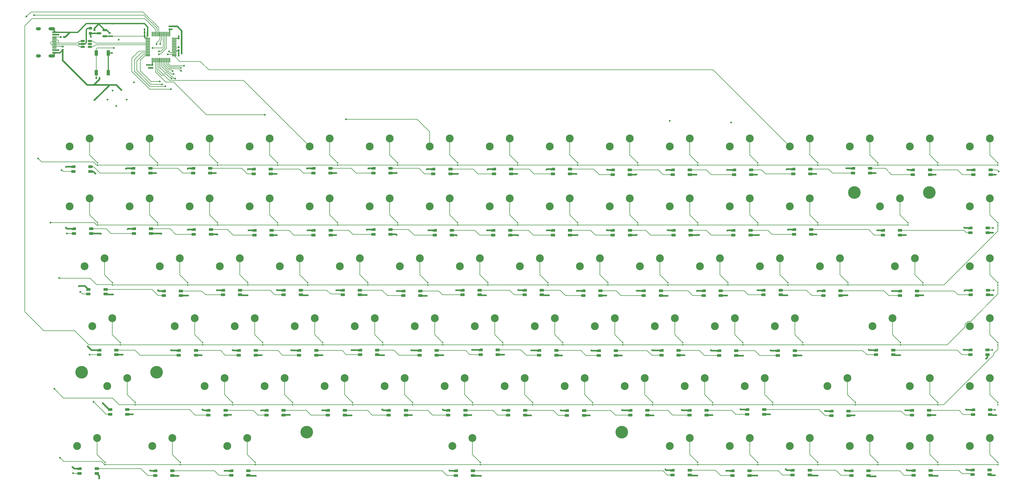
<source format=gbr>
%TF.GenerationSoftware,KiCad,Pcbnew,9.0.3*%
%TF.CreationDate,2025-12-04T16:15:47+02:00*%
%TF.ProjectId,MyCustom_75Keeb,4d794375-7374-46f6-9d5f-37354b656562,2.0.0*%
%TF.SameCoordinates,Original*%
%TF.FileFunction,Copper,L4,Bot*%
%TF.FilePolarity,Positive*%
%FSLAX46Y46*%
G04 Gerber Fmt 4.6, Leading zero omitted, Abs format (unit mm)*
G04 Created by KiCad (PCBNEW 9.0.3) date 2025-12-04 16:15:47*
%MOMM*%
%LPD*%
G01*
G04 APERTURE LIST*
G04 Aperture macros list*
%AMRoundRect*
0 Rectangle with rounded corners*
0 $1 Rounding radius*
0 $2 $3 $4 $5 $6 $7 $8 $9 X,Y pos of 4 corners*
0 Add a 4 corners polygon primitive as box body*
4,1,4,$2,$3,$4,$5,$6,$7,$8,$9,$2,$3,0*
0 Add four circle primitives for the rounded corners*
1,1,$1+$1,$2,$3*
1,1,$1+$1,$4,$5*
1,1,$1+$1,$6,$7*
1,1,$1+$1,$8,$9*
0 Add four rect primitives between the rounded corners*
20,1,$1+$1,$2,$3,$4,$5,0*
20,1,$1+$1,$4,$5,$6,$7,0*
20,1,$1+$1,$6,$7,$8,$9,0*
20,1,$1+$1,$8,$9,$2,$3,0*%
%AMFreePoly0*
4,1,18,-0.410000,0.593000,-0.403758,0.624380,-0.385983,0.650983,-0.359380,0.668758,-0.328000,0.675000,0.328000,0.675000,0.359380,0.668758,0.385983,0.650983,0.403758,0.624380,0.410000,0.593000,0.410000,-0.593000,0.403758,-0.624380,0.385983,-0.650983,0.359380,-0.668758,0.328000,-0.675000,0.000000,-0.675000,-0.410000,-0.265000,-0.410000,0.593000,-0.410000,0.593000,$1*%
G04 Aperture macros list end*
%TA.AperFunction,ComponentPad*%
%ADD10C,2.500000*%
%TD*%
%TA.AperFunction,ComponentPad*%
%ADD11C,4.000000*%
%TD*%
%TA.AperFunction,SMDPad,CuDef*%
%ADD12RoundRect,0.082000X-0.593000X0.328000X-0.593000X-0.328000X0.593000X-0.328000X0.593000X0.328000X0*%
%TD*%
%TA.AperFunction,SMDPad,CuDef*%
%ADD13FreePoly0,270.000000*%
%TD*%
%TA.AperFunction,SMDPad,CuDef*%
%ADD14RoundRect,0.100000X0.100000X-0.130000X0.100000X0.130000X-0.100000X0.130000X-0.100000X-0.130000X0*%
%TD*%
%TA.AperFunction,SMDPad,CuDef*%
%ADD15RoundRect,0.135000X-0.135000X-0.185000X0.135000X-0.185000X0.135000X0.185000X-0.135000X0.185000X0*%
%TD*%
%TA.AperFunction,SMDPad,CuDef*%
%ADD16RoundRect,0.140000X0.140000X0.170000X-0.140000X0.170000X-0.140000X-0.170000X0.140000X-0.170000X0*%
%TD*%
%TA.AperFunction,SMDPad,CuDef*%
%ADD17R,1.450000X0.600000*%
%TD*%
%TA.AperFunction,SMDPad,CuDef*%
%ADD18R,1.450000X0.300000*%
%TD*%
%TA.AperFunction,ComponentPad*%
%ADD19O,1.600000X1.000000*%
%TD*%
%TA.AperFunction,ComponentPad*%
%ADD20O,2.100000X1.000000*%
%TD*%
%TA.AperFunction,SMDPad,CuDef*%
%ADD21RoundRect,0.150000X0.512500X0.150000X-0.512500X0.150000X-0.512500X-0.150000X0.512500X-0.150000X0*%
%TD*%
%TA.AperFunction,SMDPad,CuDef*%
%ADD22RoundRect,0.140000X-0.170000X0.140000X-0.170000X-0.140000X0.170000X-0.140000X0.170000X0.140000X0*%
%TD*%
%TA.AperFunction,SMDPad,CuDef*%
%ADD23RoundRect,0.075000X0.662500X0.075000X-0.662500X0.075000X-0.662500X-0.075000X0.662500X-0.075000X0*%
%TD*%
%TA.AperFunction,SMDPad,CuDef*%
%ADD24RoundRect,0.075000X0.075000X0.662500X-0.075000X0.662500X-0.075000X-0.662500X0.075000X-0.662500X0*%
%TD*%
%TA.AperFunction,SMDPad,CuDef*%
%ADD25RoundRect,0.140000X0.170000X-0.140000X0.170000X0.140000X-0.170000X0.140000X-0.170000X-0.140000X0*%
%TD*%
%TA.AperFunction,SMDPad,CuDef*%
%ADD26RoundRect,0.135000X-0.185000X0.135000X-0.185000X-0.135000X0.185000X-0.135000X0.185000X0.135000X0*%
%TD*%
%TA.AperFunction,SMDPad,CuDef*%
%ADD27RoundRect,0.140000X-0.140000X-0.170000X0.140000X-0.170000X0.140000X0.170000X-0.140000X0.170000X0*%
%TD*%
%TA.AperFunction,SMDPad,CuDef*%
%ADD28RoundRect,0.150000X0.587500X0.150000X-0.587500X0.150000X-0.587500X-0.150000X0.587500X-0.150000X0*%
%TD*%
%TA.AperFunction,SMDPad,CuDef*%
%ADD29RoundRect,0.135000X0.135000X0.185000X-0.135000X0.185000X-0.135000X-0.185000X0.135000X-0.185000X0*%
%TD*%
%TA.AperFunction,SMDPad,CuDef*%
%ADD30RoundRect,0.218750X-0.256250X0.218750X-0.256250X-0.218750X0.256250X-0.218750X0.256250X0.218750X0*%
%TD*%
%TA.AperFunction,SMDPad,CuDef*%
%ADD31R,1.000000X1.700000*%
%TD*%
%TA.AperFunction,ViaPad*%
%ADD32C,0.600000*%
%TD*%
%TA.AperFunction,Conductor*%
%ADD33C,0.500000*%
%TD*%
%TA.AperFunction,Conductor*%
%ADD34C,0.400000*%
%TD*%
%TA.AperFunction,Conductor*%
%ADD35C,0.300000*%
%TD*%
%TA.AperFunction,Conductor*%
%ADD36C,0.200000*%
%TD*%
G04 APERTURE END LIST*
D10*
%TO.P,SW70,1,1*%
%TO.N,Col_11*%
X229552500Y-111760000D03*
%TO.P,SW70,2,2*%
%TO.N,Net-(D70-A)*%
X235902500Y-109220000D03*
%TD*%
%TO.P,SW81,1,1*%
%TO.N,Col_12*%
X262890000Y-130810000D03*
%TO.P,SW81,2,2*%
%TO.N,Net-(D81-A)*%
X269240000Y-128270000D03*
%TD*%
%TO.P,SW19,1,1*%
%TO.N,Col_2*%
X72390000Y-54610000D03*
%TO.P,SW19,2,2*%
%TO.N,Net-(D19-A)*%
X78740000Y-52070000D03*
%TD*%
%TO.P,SW66,1,1*%
%TO.N,Col_7*%
X153352500Y-111760000D03*
%TO.P,SW66,2,2*%
%TO.N,Net-(D66-A)*%
X159702500Y-109220000D03*
%TD*%
%TO.P,SW65,1,1*%
%TO.N,Col_6*%
X134302500Y-111760000D03*
%TO.P,SW65,2,2*%
%TO.N,Net-(D65-A)*%
X140652500Y-109220000D03*
%TD*%
%TO.P,SW33,1,1*%
%TO.N,Col_3*%
X62865000Y-73660000D03*
%TO.P,SW33,2,2*%
%TO.N,Net-(D33-A)*%
X69215000Y-71120000D03*
%TD*%
%TO.P,SW56,1,1*%
%TO.N,Col_11*%
X220027500Y-92710000D03*
%TO.P,SW56,2,2*%
%TO.N,Net-(D56-A)*%
X226377500Y-90170000D03*
%TD*%
%TO.P,SW3,1,1*%
%TO.N,Col_2*%
X72390000Y-35560000D03*
%TO.P,SW3,2,2*%
%TO.N,Net-(D3-A)*%
X78740000Y-33020000D03*
%TD*%
%TO.P,SW77,1,1*%
%TO.N,Col_6*%
X84296250Y-130810000D03*
%TO.P,SW77,2,2*%
%TO.N,Net-(D77-A)*%
X90646250Y-128270000D03*
%TD*%
%TO.P,SW11,1,1*%
%TO.N,Col_10*%
X224790000Y-35560000D03*
%TO.P,SW11,2,2*%
%TO.N,Net-(D11-A)*%
X231140000Y-33020000D03*
%TD*%
%TO.P,SW15,1,1*%
%TO.N,Col_14*%
X300990000Y-35560000D03*
%TO.P,SW15,2,2*%
%TO.N,Net-(D15-A)*%
X307340000Y-33020000D03*
%TD*%
%TO.P,SW29,1,1*%
%TO.N,Col_12*%
X262890000Y-54610000D03*
%TO.P,SW29,2,2*%
%TO.N,Net-(D29-A)*%
X269240000Y-52070000D03*
%TD*%
%TO.P,SW32,1,1*%
%TO.N,Col_2*%
X39052500Y-73660000D03*
%TO.P,SW32,2,2*%
%TO.N,Net-(D32-A)*%
X45402500Y-71120000D03*
%TD*%
%TO.P,SW44,1,1*%
%TO.N,Col_14*%
X272415000Y-73660000D03*
%TO.P,SW44,2,2*%
%TO.N,Net-(D44-A)*%
X278765000Y-71120000D03*
%TD*%
D11*
%TO.P,S6,*%
%TO.N,*%
X283368750Y-50165000D03*
X307181250Y-50165000D03*
%TD*%
D10*
%TO.P,SW40,1,1*%
%TO.N,Col_10*%
X196215000Y-73660000D03*
%TO.P,SW40,2,2*%
%TO.N,Net-(D40-A)*%
X202565000Y-71120000D03*
%TD*%
%TO.P,SW71,1,1*%
%TO.N,Col_13*%
X248602500Y-111760000D03*
%TO.P,SW71,2,2*%
%TO.N,Net-(D71-A)*%
X254952500Y-109220000D03*
%TD*%
%TO.P,SW30,1,1*%
%TO.N,Col_15*%
X291465000Y-54610000D03*
%TO.P,SW30,2,2*%
%TO.N,Net-(D30-A)*%
X297815000Y-52070000D03*
%TD*%
%TO.P,SW1,1,1*%
%TO.N,Col_0*%
X34290000Y-35560000D03*
%TO.P,SW1,2,2*%
%TO.N,Net-(D1-A)*%
X40640000Y-33020000D03*
%TD*%
%TO.P,SW12,1,1*%
%TO.N,Col_11*%
X243840000Y-35560000D03*
%TO.P,SW12,2,2*%
%TO.N,Net-(D12-A)*%
X250190000Y-33020000D03*
%TD*%
%TO.P,SW47,1,1*%
%TO.N,Col_2*%
X41433750Y-92710000D03*
%TO.P,SW47,2,2*%
%TO.N,Net-(D47-A)*%
X47783750Y-90170000D03*
%TD*%
%TO.P,SW73,1,1*%
%TO.N,Col_15*%
X300990000Y-111760000D03*
%TO.P,SW73,2,2*%
%TO.N,Net-(D73-A)*%
X307340000Y-109220000D03*
%TD*%
%TO.P,SW54,1,1*%
%TO.N,Col_9*%
X181927500Y-92710000D03*
%TO.P,SW54,2,2*%
%TO.N,Net-(D54-A)*%
X188277500Y-90170000D03*
%TD*%
D11*
%TO.P,S2,*%
%TO.N,*%
X38100000Y-107315000D03*
X61912500Y-107315000D03*
%TD*%
D10*
%TO.P,SW74,1,1*%
%TO.N,Col_0*%
X320040000Y-111760000D03*
%TO.P,SW74,2,2*%
%TO.N,Net-(D74-A)*%
X326390000Y-109220000D03*
%TD*%
%TO.P,SW59,1,1*%
%TO.N,Col_15*%
X289083750Y-92710000D03*
%TO.P,SW59,2,2*%
%TO.N,Net-(D59-A)*%
X295433750Y-90170000D03*
%TD*%
%TO.P,SW26,1,1*%
%TO.N,Col_9*%
X205740000Y-54610000D03*
%TO.P,SW26,2,2*%
%TO.N,Net-(D26-A)*%
X212090000Y-52070000D03*
%TD*%
%TO.P,SW23,1,1*%
%TO.N,Col_6*%
X148590000Y-54610000D03*
%TO.P,SW23,2,2*%
%TO.N,Net-(D23-A)*%
X154940000Y-52070000D03*
%TD*%
%TO.P,SW37,1,1*%
%TO.N,Col_7*%
X139065000Y-73660000D03*
%TO.P,SW37,2,2*%
%TO.N,Net-(D37-A)*%
X145415000Y-71120000D03*
%TD*%
%TO.P,SW2,1,1*%
%TO.N,Col_1*%
X53340000Y-35560000D03*
%TO.P,SW2,2,2*%
%TO.N,Net-(D2-A)*%
X59690000Y-33020000D03*
%TD*%
%TO.P,SW43,1,1*%
%TO.N,Col_13*%
X253365000Y-73660000D03*
%TO.P,SW43,2,2*%
%TO.N,Net-(D43-A)*%
X259715000Y-71120000D03*
%TD*%
%TO.P,SW36,1,1*%
%TO.N,Col_6*%
X120015000Y-73660000D03*
%TO.P,SW36,2,2*%
%TO.N,Net-(D36-A)*%
X126365000Y-71120000D03*
%TD*%
%TO.P,SW20,1,1*%
%TO.N,Col_3*%
X91440000Y-54610000D03*
%TO.P,SW20,2,2*%
%TO.N,Net-(D20-A)*%
X97790000Y-52070000D03*
%TD*%
%TO.P,SW69,1,1*%
%TO.N,Col_10*%
X210502500Y-111760000D03*
%TO.P,SW69,2,2*%
%TO.N,Net-(D69-A)*%
X216852500Y-109220000D03*
%TD*%
%TO.P,SW4,1,1*%
%TO.N,Col_3*%
X91440000Y-35560000D03*
%TO.P,SW4,2,2*%
%TO.N,Net-(D4-A)*%
X97790000Y-33020000D03*
%TD*%
%TO.P,SW46,1,1*%
%TO.N,Col_0*%
X320040000Y-73660000D03*
%TO.P,SW46,2,2*%
%TO.N,Net-(D46-A)*%
X326390000Y-71120000D03*
%TD*%
%TO.P,SW18,1,1*%
%TO.N,Col_1*%
X53340000Y-54610000D03*
%TO.P,SW18,2,2*%
%TO.N,Net-(D18-A)*%
X59690000Y-52070000D03*
%TD*%
%TO.P,SW50,1,1*%
%TO.N,Col_5*%
X105727500Y-92710000D03*
%TO.P,SW50,2,2*%
%TO.N,Net-(D50-A)*%
X112077500Y-90170000D03*
%TD*%
%TO.P,SW53,1,1*%
%TO.N,Col_8*%
X162877500Y-92710000D03*
%TO.P,SW53,2,2*%
%TO.N,Net-(D53-A)*%
X169227500Y-90170000D03*
%TD*%
%TO.P,SW67,1,1*%
%TO.N,Col_8*%
X172402500Y-111760000D03*
%TO.P,SW67,2,2*%
%TO.N,Net-(D67-A)*%
X178752500Y-109220000D03*
%TD*%
%TO.P,SW35,1,1*%
%TO.N,Col_5*%
X100965000Y-73660000D03*
%TO.P,SW35,2,2*%
%TO.N,Net-(D35-A)*%
X107315000Y-71120000D03*
%TD*%
%TO.P,SW38,1,1*%
%TO.N,Col_8*%
X158115000Y-73660000D03*
%TO.P,SW38,2,2*%
%TO.N,Net-(D38-A)*%
X164465000Y-71120000D03*
%TD*%
%TO.P,SW17,1,1*%
%TO.N,Col_0*%
X34290000Y-54610000D03*
%TO.P,SW17,2,2*%
%TO.N,Net-(D17-A)*%
X40640000Y-52070000D03*
%TD*%
%TO.P,SW60,1,1*%
%TO.N,Col_0*%
X320040000Y-92710000D03*
%TO.P,SW60,2,2*%
%TO.N,Net-(D60-A)*%
X326390000Y-90170000D03*
%TD*%
%TO.P,SW28,1,1*%
%TO.N,Col_11*%
X243840000Y-54610000D03*
%TO.P,SW28,2,2*%
%TO.N,Net-(D28-A)*%
X250190000Y-52070000D03*
%TD*%
%TO.P,SW21,1,1*%
%TO.N,Col_4*%
X110490000Y-54610000D03*
%TO.P,SW21,2,2*%
%TO.N,Net-(D21-A)*%
X116840000Y-52070000D03*
%TD*%
%TO.P,SW68,1,1*%
%TO.N,Col_9*%
X191452500Y-111760000D03*
%TO.P,SW68,2,2*%
%TO.N,Net-(D68-A)*%
X197802500Y-109220000D03*
%TD*%
%TO.P,SW41,1,1*%
%TO.N,Col_11*%
X215265000Y-73660000D03*
%TO.P,SW41,2,2*%
%TO.N,Net-(D41-A)*%
X221615000Y-71120000D03*
%TD*%
%TO.P,SW55,1,1*%
%TO.N,Col_10*%
X200977500Y-92710000D03*
%TO.P,SW55,2,2*%
%TO.N,Net-(D55-A)*%
X207327500Y-90170000D03*
%TD*%
%TO.P,SW58,1,1*%
%TO.N,Col_14*%
X258127500Y-92710000D03*
%TO.P,SW58,2,2*%
%TO.N,Net-(D58-A)*%
X264477500Y-90170000D03*
%TD*%
%TO.P,SW64,1,1*%
%TO.N,Col_5*%
X115252500Y-111760000D03*
%TO.P,SW64,2,2*%
%TO.N,Net-(D64-A)*%
X121602500Y-109220000D03*
%TD*%
%TO.P,SW63,1,1*%
%TO.N,Col_4*%
X96202500Y-111760000D03*
%TO.P,SW63,2,2*%
%TO.N,Net-(D63-A)*%
X102552500Y-109220000D03*
%TD*%
%TO.P,SW13,1,1*%
%TO.N,Col_12*%
X262890000Y-35560000D03*
%TO.P,SW13,2,2*%
%TO.N,Net-(D13-A)*%
X269240000Y-33020000D03*
%TD*%
%TO.P,SW39,1,1*%
%TO.N,Col_9*%
X177165000Y-73660000D03*
%TO.P,SW39,2,2*%
%TO.N,Net-(D39-A)*%
X183515000Y-71120000D03*
%TD*%
%TO.P,SW61,1,1*%
%TO.N,Col_2*%
X46196250Y-111760000D03*
%TO.P,SW61,2,2*%
%TO.N,Net-(D61-A)*%
X52546250Y-109220000D03*
%TD*%
%TO.P,SW48,1,1*%
%TO.N,Col_3*%
X67627500Y-92710000D03*
%TO.P,SW48,2,2*%
%TO.N,Net-(D48-A)*%
X73977500Y-90170000D03*
%TD*%
%TO.P,SW82,1,1*%
%TO.N,Col_13*%
X281940000Y-130810000D03*
%TO.P,SW82,2,2*%
%TO.N,Net-(D82-A)*%
X288290000Y-128270000D03*
%TD*%
%TO.P,SW52,1,1*%
%TO.N,Col_7*%
X143827500Y-92710000D03*
%TO.P,SW52,2,2*%
%TO.N,Net-(D52-A)*%
X150177500Y-90170000D03*
%TD*%
%TO.P,SW25,1,1*%
%TO.N,Col_8*%
X186690000Y-54610000D03*
%TO.P,SW25,2,2*%
%TO.N,Net-(D25-A)*%
X193040000Y-52070000D03*
%TD*%
%TO.P,SW24,1,1*%
%TO.N,Col_7*%
X167640000Y-54610000D03*
%TO.P,SW24,2,2*%
%TO.N,Net-(D24-A)*%
X173990000Y-52070000D03*
%TD*%
%TO.P,SW76,1,1*%
%TO.N,Col_2*%
X60483750Y-130810000D03*
%TO.P,SW76,2,2*%
%TO.N,Net-(D76-A)*%
X66833750Y-128270000D03*
%TD*%
%TO.P,SW7,1,1*%
%TO.N,Col_6*%
X148590000Y-35560000D03*
%TO.P,SW7,2,2*%
%TO.N,Net-(D7-A)*%
X154940000Y-33020000D03*
%TD*%
%TO.P,SW75,1,1*%
%TO.N,Col_1*%
X36671250Y-130810000D03*
%TO.P,SW75,2,2*%
%TO.N,Net-(D75-A)*%
X43021250Y-128270000D03*
%TD*%
%TO.P,SW42,1,1*%
%TO.N,Col_12*%
X234315000Y-73660000D03*
%TO.P,SW42,2,2*%
%TO.N,Net-(D42-A)*%
X240665000Y-71120000D03*
%TD*%
D11*
%TO.P,S1,*%
%TO.N,*%
X109537500Y-126365000D03*
X209550000Y-126365000D03*
%TD*%
D10*
%TO.P,SW83,1,1*%
%TO.N,Col_14*%
X300990000Y-130810000D03*
%TO.P,SW83,2,2*%
%TO.N,Net-(D83-A)*%
X307340000Y-128270000D03*
%TD*%
%TO.P,SW49,1,1*%
%TO.N,Col_4*%
X86677500Y-92710000D03*
%TO.P,SW49,2,2*%
%TO.N,Net-(D49-A)*%
X93027500Y-90170000D03*
%TD*%
%TO.P,SW9,1,1*%
%TO.N,Col_8*%
X186690000Y-35560000D03*
%TO.P,SW9,2,2*%
%TO.N,Net-(D9-A)*%
X193040000Y-33020000D03*
%TD*%
%TO.P,SW84,1,1*%
%TO.N,Col_15*%
X320040000Y-130810000D03*
%TO.P,SW84,2,2*%
%TO.N,Net-(D84-A)*%
X326390000Y-128270000D03*
%TD*%
%TO.P,SW6,1,1*%
%TO.N,Col_5*%
X129540000Y-35560000D03*
%TO.P,SW6,2,2*%
%TO.N,Net-(D6-A)*%
X135890000Y-33020000D03*
%TD*%
%TO.P,SW78,1,1*%
%TO.N,Col_9*%
X155733750Y-130810000D03*
%TO.P,SW78,2,2*%
%TO.N,Net-(D78-A)*%
X162083750Y-128270000D03*
%TD*%
%TO.P,SW22,1,1*%
%TO.N,Col_5*%
X129540000Y-54610000D03*
%TO.P,SW22,2,2*%
%TO.N,Net-(D22-A)*%
X135890000Y-52070000D03*
%TD*%
%TO.P,SW80,1,1*%
%TO.N,Col_11*%
X243840000Y-130810000D03*
%TO.P,SW80,2,2*%
%TO.N,Net-(D80-A)*%
X250190000Y-128270000D03*
%TD*%
%TO.P,SW16,1,1*%
%TO.N,Col_15*%
X320040000Y-35560000D03*
%TO.P,SW16,2,2*%
%TO.N,Net-(D16-A)*%
X326390000Y-33020000D03*
%TD*%
%TO.P,SW8,1,1*%
%TO.N,Col_7*%
X167640000Y-35560000D03*
%TO.P,SW8,2,2*%
%TO.N,Net-(D8-A)*%
X173990000Y-33020000D03*
%TD*%
%TO.P,SW34,1,1*%
%TO.N,Col_4*%
X81915000Y-73660000D03*
%TO.P,SW34,2,2*%
%TO.N,Net-(D34-A)*%
X88265000Y-71120000D03*
%TD*%
%TO.P,SW62,1,1*%
%TO.N,Col_3*%
X77152500Y-111760000D03*
%TO.P,SW62,2,2*%
%TO.N,Net-(D62-A)*%
X83502500Y-109220000D03*
%TD*%
%TO.P,SW31,1,1*%
%TO.N,Col_0*%
X320040000Y-54610000D03*
%TO.P,SW31,2,2*%
%TO.N,Net-(D31-A)*%
X326390000Y-52070000D03*
%TD*%
%TO.P,SW79,1,1*%
%TO.N,Col_10*%
X224790000Y-130810000D03*
%TO.P,SW79,2,2*%
%TO.N,Net-(D79-A)*%
X231140000Y-128270000D03*
%TD*%
%TO.P,SW5,1,1*%
%TO.N,Col_4*%
X110490000Y-35560000D03*
%TO.P,SW5,2,2*%
%TO.N,Net-(D5-A)*%
X116840000Y-33020000D03*
%TD*%
%TO.P,SW14,1,1*%
%TO.N,Col_13*%
X281940000Y-35560000D03*
%TO.P,SW14,2,2*%
%TO.N,Net-(D14-A)*%
X288290000Y-33020000D03*
%TD*%
%TO.P,SW10,1,1*%
%TO.N,Col_9*%
X205740000Y-35560000D03*
%TO.P,SW10,2,2*%
%TO.N,Net-(D10-A)*%
X212090000Y-33020000D03*
%TD*%
%TO.P,SW51,1,1*%
%TO.N,Col_6*%
X124777500Y-92710000D03*
%TO.P,SW51,2,2*%
%TO.N,Net-(D51-A)*%
X131127500Y-90170000D03*
%TD*%
%TO.P,SW27,1,1*%
%TO.N,Col_10*%
X224790000Y-54610000D03*
%TO.P,SW27,2,2*%
%TO.N,Net-(D27-A)*%
X231140000Y-52070000D03*
%TD*%
%TO.P,SW45,1,1*%
%TO.N,Col_15*%
X296227500Y-73660000D03*
%TO.P,SW45,2,2*%
%TO.N,Net-(D45-A)*%
X302577500Y-71120000D03*
%TD*%
%TO.P,SW72,1,1*%
%TO.N,Col_14*%
X274796250Y-111760000D03*
%TO.P,SW72,2,2*%
%TO.N,Net-(D72-A)*%
X281146250Y-109220000D03*
%TD*%
%TO.P,SW57,1,1*%
%TO.N,Col_12*%
X239077500Y-92710000D03*
%TO.P,SW57,2,2*%
%TO.N,Net-(D57-A)*%
X245427500Y-90170000D03*
%TD*%
D12*
%TO.P,LED81,1,VDD*%
%TO.N,+5V*%
X162287446Y-140185029D03*
%TO.P,LED81,2,DOUT*%
%TO.N,Net-(LED81-DOUT)*%
X162287446Y-138685029D03*
%TO.P,LED81,3,DIN*%
%TO.N,Net-(LED80-DOUT)*%
X156837446Y-140185029D03*
D13*
%TO.P,LED81,4,VSS*%
%TO.N,GND*%
X156837446Y-138685029D03*
%TD*%
D12*
%TO.P,LED30,1,VDD*%
%TO.N,+5V*%
X297862446Y-63735029D03*
%TO.P,LED30,2,DOUT*%
%TO.N,Net-(LED30-DOUT)*%
X297862446Y-62235029D03*
%TO.P,LED30,3,DIN*%
%TO.N,Net-(LED29-DOUT)*%
X292412446Y-63735029D03*
D13*
%TO.P,LED30,4,VSS*%
%TO.N,GND*%
X292412446Y-62235029D03*
%TD*%
D12*
%TO.P,LED64,1,VDD*%
%TO.N,+5V*%
X102212446Y-120935029D03*
%TO.P,LED64,2,DOUT*%
%TO.N,Net-(LED64-DOUT)*%
X102212446Y-119435029D03*
%TO.P,LED64,3,DIN*%
%TO.N,Net-(LED63-DOUT)*%
X96762446Y-120935029D03*
D13*
%TO.P,LED64,4,VSS*%
%TO.N,GND*%
X96762446Y-119435029D03*
%TD*%
D14*
%TO.P,D77,1,K*%
%TO.N,Row_5*%
X93186250Y-136700000D03*
%TO.P,D77,2,A*%
%TO.N,Net-(D77-A)*%
X93186250Y-136060000D03*
%TD*%
D12*
%TO.P,LED1,1,VDD*%
%TO.N,+5V*%
X40887446Y-43485029D03*
%TO.P,LED1,2,DOUT*%
%TO.N,Net-(LED1-DOUT)*%
X40887446Y-41985029D03*
%TO.P,LED1,3,DIN*%
%TO.N,RGB_OUTPUT*%
X35437446Y-43485029D03*
D13*
%TO.P,LED1,4,VSS*%
%TO.N,GND*%
X35437446Y-41985029D03*
%TD*%
D14*
%TO.P,D49,1,K*%
%TO.N,Row_3*%
X95567500Y-98600000D03*
%TO.P,D49,2,A*%
%TO.N,Net-(D49-A)*%
X95567500Y-97960000D03*
%TD*%
D12*
%TO.P,LED58,1,VDD*%
%TO.N,+5V*%
X245887446Y-101985029D03*
%TO.P,LED58,2,DOUT*%
%TO.N,Net-(LED58-DOUT)*%
X245887446Y-100485029D03*
%TO.P,LED58,3,DIN*%
%TO.N,Net-(LED57-DOUT)*%
X240437446Y-101985029D03*
D13*
%TO.P,LED58,4,VSS*%
%TO.N,GND*%
X240437446Y-100485029D03*
%TD*%
D12*
%TO.P,LED17,1,VDD*%
%TO.N,+5V*%
X41112446Y-63235029D03*
%TO.P,LED17,2,DOUT*%
%TO.N,Net-(LED17-DOUT)*%
X41112446Y-61735029D03*
%TO.P,LED17,3,DIN*%
%TO.N,Net-(LED16-DOUT)*%
X35662446Y-63235029D03*
D13*
%TO.P,LED17,4,VSS*%
%TO.N,GND*%
X35662446Y-61735029D03*
%TD*%
D15*
%TO.P,R7,1*%
%TO.N,Net-(J1-CC2)*%
X31439946Y-710027D03*
%TO.P,R7,2*%
%TO.N,GND*%
X32459946Y-710027D03*
%TD*%
D12*
%TO.P,LED39,1,VDD*%
%TO.N,+5V*%
X184137446Y-82735029D03*
%TO.P,LED39,2,DOUT*%
%TO.N,Net-(LED39-DOUT)*%
X184137446Y-81235029D03*
%TO.P,LED39,3,DIN*%
%TO.N,Net-(LED38-DOUT)*%
X178687446Y-82735029D03*
D13*
%TO.P,LED39,4,VSS*%
%TO.N,GND*%
X178687446Y-81235029D03*
%TD*%
D12*
%TO.P,LED36,1,VDD*%
%TO.N,+5V*%
X126412446Y-82735029D03*
%TO.P,LED36,2,DOUT*%
%TO.N,Net-(LED36-DOUT)*%
X126412446Y-81235029D03*
%TO.P,LED36,3,DIN*%
%TO.N,Net-(LED35-DOUT)*%
X120962446Y-82735029D03*
D13*
%TO.P,LED36,4,VSS*%
%TO.N,GND*%
X120962446Y-81235029D03*
%TD*%
D14*
%TO.P,D82,1,K*%
%TO.N,Row_5*%
X290830000Y-136700000D03*
%TO.P,D82,2,A*%
%TO.N,Net-(D82-A)*%
X290830000Y-136060000D03*
%TD*%
D12*
%TO.P,LED47,1,VDD*%
%TO.N,+5V*%
X49087446Y-101785029D03*
%TO.P,LED47,2,DOUT*%
%TO.N,Net-(LED47-DOUT)*%
X49087446Y-100285029D03*
%TO.P,LED47,3,DIN*%
%TO.N,Net-(LED46-DOUT)*%
X43637446Y-101785029D03*
D13*
%TO.P,LED47,4,VSS*%
%TO.N,GND*%
X43637446Y-100285029D03*
%TD*%
D12*
%TO.P,LED24,1,VDD*%
%TO.N,+5V*%
X174137446Y-63735029D03*
%TO.P,LED24,2,DOUT*%
%TO.N,Net-(LED24-DOUT)*%
X174137446Y-62235029D03*
%TO.P,LED24,3,DIN*%
%TO.N,Net-(LED23-DOUT)*%
X168687446Y-63735029D03*
D13*
%TO.P,LED24,4,VSS*%
%TO.N,GND*%
X168687446Y-62235029D03*
%TD*%
D12*
%TO.P,LED80,1,VDD*%
%TO.N,+5V*%
X91012446Y-140135029D03*
%TO.P,LED80,2,DOUT*%
%TO.N,Net-(LED80-DOUT)*%
X91012446Y-138635029D03*
%TO.P,LED80,3,DIN*%
%TO.N,Net-(LED79-DOUT)*%
X85562446Y-140135029D03*
D13*
%TO.P,LED80,4,VSS*%
%TO.N,GND*%
X85562446Y-138635029D03*
%TD*%
D14*
%TO.P,D24,1,K*%
%TO.N,Row_1*%
X176530000Y-60500000D03*
%TO.P,D24,2,A*%
%TO.N,Net-(D24-A)*%
X176530000Y-59860000D03*
%TD*%
D16*
%TO.P,C10,1*%
%TO.N,GND*%
X59019947Y-287522D03*
%TO.P,C10,2*%
%TO.N,+3.3V*%
X58059947Y-287522D03*
%TD*%
D12*
%TO.P,LED20,1,VDD*%
%TO.N,+5V*%
X98387446Y-63735029D03*
%TO.P,LED20,2,DOUT*%
%TO.N,Net-(LED20-DOUT)*%
X98387446Y-62235029D03*
%TO.P,LED20,3,DIN*%
%TO.N,Net-(LED19-DOUT)*%
X92937446Y-63735029D03*
D13*
%TO.P,LED20,4,VSS*%
%TO.N,GND*%
X92937446Y-62235029D03*
%TD*%
D14*
%TO.P,D37,1,K*%
%TO.N,Row_2*%
X147955000Y-79550000D03*
%TO.P,D37,2,A*%
%TO.N,Net-(D37-A)*%
X147955000Y-78910000D03*
%TD*%
%TO.P,D76,1,K*%
%TO.N,Row_5*%
X69373750Y-136700000D03*
%TO.P,D76,2,A*%
%TO.N,Net-(D76-A)*%
X69373750Y-136060000D03*
%TD*%
D12*
%TO.P,LED31,1,VDD*%
%TO.N,+5V*%
X325662446Y-62985029D03*
%TO.P,LED31,2,DOUT*%
%TO.N,Net-(LED31-DOUT)*%
X325662446Y-61485029D03*
%TO.P,LED31,3,DIN*%
%TO.N,Net-(LED30-DOUT)*%
X320212446Y-62985029D03*
D13*
%TO.P,LED31,4,VSS*%
%TO.N,GND*%
X320212446Y-61485029D03*
%TD*%
D12*
%TO.P,LED68,1,VDD*%
%TO.N,+5V*%
X159887446Y-120985029D03*
%TO.P,LED68,2,DOUT*%
%TO.N,Net-(LED68-DOUT)*%
X159887446Y-119485029D03*
%TO.P,LED68,3,DIN*%
%TO.N,Net-(LED67-DOUT)*%
X154437446Y-120985029D03*
D13*
%TO.P,LED68,4,VSS*%
%TO.N,GND*%
X154437446Y-119485029D03*
%TD*%
D14*
%TO.P,D83,1,K*%
%TO.N,Row_5*%
X309880000Y-136700000D03*
%TO.P,D83,2,A*%
%TO.N,Net-(D83-A)*%
X309880000Y-136060000D03*
%TD*%
%TO.P,D3,1,K*%
%TO.N,Row_0*%
X81280000Y-41450000D03*
%TO.P,D3,2,A*%
%TO.N,Net-(D3-A)*%
X81280000Y-40810000D03*
%TD*%
%TO.P,D81,1,K*%
%TO.N,Row_5*%
X271780000Y-136700000D03*
%TO.P,D81,2,A*%
%TO.N,Net-(D81-A)*%
X271780000Y-136060000D03*
%TD*%
%TO.P,D58,1,K*%
%TO.N,Row_3*%
X267017500Y-98600000D03*
%TO.P,D58,2,A*%
%TO.N,Net-(D58-A)*%
X267017500Y-97960000D03*
%TD*%
%TO.P,D72,1,K*%
%TO.N,Row_4*%
X283686250Y-117650000D03*
%TO.P,D72,2,A*%
%TO.N,Net-(D72-A)*%
X283686250Y-117010000D03*
%TD*%
D17*
%TO.P,J1,A1,GND*%
%TO.N,GND*%
X29482446Y-5710029D03*
%TO.P,J1,A4,VBUS*%
%TO.N,VBUS*%
X29482446Y-4910029D03*
D18*
%TO.P,J1,A5,CC1*%
%TO.N,Net-(J1-CC1)*%
X29482446Y-3710029D03*
%TO.P,J1,A6,D+*%
%TO.N,/USB_D+*%
X29482446Y-2710029D03*
%TO.P,J1,A7,D-*%
%TO.N,/USB_D-*%
X29482446Y-2210029D03*
%TO.P,J1,A8*%
%TO.N,N/C*%
X29482446Y-1210029D03*
D17*
%TO.P,J1,A9,VBUS*%
%TO.N,VBUS*%
X29482446Y-10029D03*
%TO.P,J1,A12,GND*%
%TO.N,GND*%
X29482446Y789971D03*
%TO.P,J1,B1,GND*%
X29482446Y789971D03*
%TO.P,J1,B4,VBUS*%
%TO.N,VBUS*%
X29482446Y-10029D03*
D18*
%TO.P,J1,B5,CC2*%
%TO.N,Net-(J1-CC2)*%
X29482446Y-710029D03*
%TO.P,J1,B6,D+*%
%TO.N,/USB_D+*%
X29482446Y-1710029D03*
%TO.P,J1,B7,D-*%
%TO.N,/USB_D-*%
X29482446Y-3210029D03*
%TO.P,J1,B8*%
%TO.N,N/C*%
X29482446Y-4210029D03*
D17*
%TO.P,J1,B9,VBUS*%
%TO.N,VBUS*%
X29482446Y-4910029D03*
%TO.P,J1,B12,GND*%
%TO.N,GND*%
X29482446Y-5710029D03*
D19*
%TO.P,J1,S1,SHIELD*%
X24387446Y-6780029D03*
D20*
X28567446Y-6780029D03*
D19*
X24387446Y1859971D03*
D20*
X28567446Y1859971D03*
%TD*%
D21*
%TO.P,U3,1,I/O1*%
%TO.N,/MCU_D+*%
X40674946Y-2010029D03*
%TO.P,U3,2,GND*%
%TO.N,GND*%
X40674946Y-2960029D03*
%TO.P,U3,3,I/O2*%
%TO.N,/MCU_D-*%
X40674946Y-3910029D03*
%TO.P,U3,4,I/O2*%
%TO.N,/USB_D-*%
X38399946Y-3910029D03*
%TO.P,U3,5,VBUS*%
%TO.N,VBUS*%
X38399946Y-2960029D03*
%TO.P,U3,6,I/O1*%
%TO.N,/USB_D+*%
X38399946Y-2010029D03*
%TD*%
D12*
%TO.P,LED23,1,VDD*%
%TO.N,+5V*%
X155637446Y-63735029D03*
%TO.P,LED23,2,DOUT*%
%TO.N,Net-(LED23-DOUT)*%
X155637446Y-62235029D03*
%TO.P,LED23,3,DIN*%
%TO.N,Net-(LED22-DOUT)*%
X150187446Y-63735029D03*
D13*
%TO.P,LED23,4,VSS*%
%TO.N,GND*%
X150187446Y-62235029D03*
%TD*%
D12*
%TO.P,LED7,1,VDD*%
%TO.N,+5V*%
X155137446Y-44235029D03*
%TO.P,LED7,2,DOUT*%
%TO.N,Net-(LED7-DOUT)*%
X155137446Y-42735029D03*
%TO.P,LED7,3,DIN*%
%TO.N,Net-(LED6-DOUT)*%
X149687446Y-44235029D03*
D13*
%TO.P,LED7,4,VSS*%
%TO.N,GND*%
X149687446Y-42735029D03*
%TD*%
D12*
%TO.P,LED63,1,VDD*%
%TO.N,+5V*%
X83762446Y-120935029D03*
%TO.P,LED63,2,DOUT*%
%TO.N,Net-(LED63-DOUT)*%
X83762446Y-119435029D03*
%TO.P,LED63,3,DIN*%
%TO.N,Net-(LED62-DOUT)*%
X78312446Y-120935029D03*
D13*
%TO.P,LED63,4,VSS*%
%TO.N,GND*%
X78312446Y-119435029D03*
%TD*%
D14*
%TO.P,D56,1,K*%
%TO.N,Row_3*%
X228917500Y-98600000D03*
%TO.P,D56,2,A*%
%TO.N,Net-(D56-A)*%
X228917500Y-97960000D03*
%TD*%
D12*
%TO.P,LED2,1,VDD*%
%TO.N,+5V*%
X59887446Y-43985029D03*
%TO.P,LED2,2,DOUT*%
%TO.N,Net-(LED2-DOUT)*%
X59887446Y-42485029D03*
%TO.P,LED2,3,DIN*%
%TO.N,Net-(LED1-DOUT)*%
X54437446Y-43985029D03*
D13*
%TO.P,LED2,4,VSS*%
%TO.N,GND*%
X54437446Y-42485029D03*
%TD*%
D12*
%TO.P,LED70,1,VDD*%
%TO.N,+5V*%
X197562446Y-121035029D03*
%TO.P,LED70,2,DOUT*%
%TO.N,Net-(LED70-DOUT)*%
X197562446Y-119535029D03*
%TO.P,LED70,3,DIN*%
%TO.N,Net-(LED69-DOUT)*%
X192112446Y-121035029D03*
D13*
%TO.P,LED70,4,VSS*%
%TO.N,GND*%
X192112446Y-119535029D03*
%TD*%
D14*
%TO.P,D40,1,K*%
%TO.N,Row_2*%
X205105000Y-79550000D03*
%TO.P,D40,2,A*%
%TO.N,Net-(D40-A)*%
X205105000Y-78910000D03*
%TD*%
D12*
%TO.P,LED26,1,VDD*%
%TO.N,+5V*%
X212137446Y-63735029D03*
%TO.P,LED26,2,DOUT*%
%TO.N,Net-(LED26-DOUT)*%
X212137446Y-62235029D03*
%TO.P,LED26,3,DIN*%
%TO.N,Net-(LED25-DOUT)*%
X206687446Y-63735029D03*
D13*
%TO.P,LED26,4,VSS*%
%TO.N,GND*%
X206687446Y-62235029D03*
%TD*%
D12*
%TO.P,LED73,1,VDD*%
%TO.N,+5V*%
X254762446Y-120735029D03*
%TO.P,LED73,2,DOUT*%
%TO.N,Net-(LED73-DOUT)*%
X254762446Y-119235029D03*
%TO.P,LED73,3,DIN*%
%TO.N,Net-(LED72-DOUT)*%
X249312446Y-120735029D03*
D13*
%TO.P,LED73,4,VSS*%
%TO.N,GND*%
X249312446Y-119235029D03*
%TD*%
D14*
%TO.P,D10,1,K*%
%TO.N,Row_0*%
X214630000Y-41450000D03*
%TO.P,D10,2,A*%
%TO.N,Net-(D10-A)*%
X214630000Y-40810000D03*
%TD*%
%TO.P,D45,1,K*%
%TO.N,Row_2*%
X305117500Y-79550000D03*
%TO.P,D45,2,A*%
%TO.N,Net-(D45-A)*%
X305117500Y-78910000D03*
%TD*%
D12*
%TO.P,LED5,1,VDD*%
%TO.N,+5V*%
X117112446Y-43985029D03*
%TO.P,LED5,2,DOUT*%
%TO.N,Net-(LED5-DOUT)*%
X117112446Y-42485029D03*
%TO.P,LED5,3,DIN*%
%TO.N,Net-(LED4-DOUT)*%
X111662446Y-43985029D03*
D13*
%TO.P,LED5,4,VSS*%
%TO.N,GND*%
X111662446Y-42485029D03*
%TD*%
D12*
%TO.P,LED67,1,VDD*%
%TO.N,+5V*%
X141012446Y-120935029D03*
%TO.P,LED67,2,DOUT*%
%TO.N,Net-(LED67-DOUT)*%
X141012446Y-119435029D03*
%TO.P,LED67,3,DIN*%
%TO.N,Net-(LED65-DOUT)*%
X135562446Y-120935029D03*
D13*
%TO.P,LED67,4,VSS*%
%TO.N,GND*%
X135562446Y-119435029D03*
%TD*%
D12*
%TO.P,LED3,1,VDD*%
%TO.N,+5V*%
X78887446Y-43985029D03*
%TO.P,LED3,2,DOUT*%
%TO.N,Net-(LED3-DOUT)*%
X78887446Y-42485029D03*
%TO.P,LED3,3,DIN*%
%TO.N,Net-(LED2-DOUT)*%
X73437446Y-43985029D03*
D13*
%TO.P,LED3,4,VSS*%
%TO.N,GND*%
X73437446Y-42485029D03*
%TD*%
D14*
%TO.P,D53,1,K*%
%TO.N,Row_3*%
X171767500Y-98600000D03*
%TO.P,D53,2,A*%
%TO.N,Net-(D53-A)*%
X171767500Y-97960000D03*
%TD*%
D12*
%TO.P,LED85,1,VDD*%
%TO.N,+5V*%
X287887446Y-140185029D03*
%TO.P,LED85,2,DOUT*%
%TO.N,Net-(LED85-DOUT)*%
X287887446Y-138685029D03*
%TO.P,LED85,3,DIN*%
%TO.N,Net-(LED84-DOUT)*%
X282437446Y-140185029D03*
D13*
%TO.P,LED85,4,VSS*%
%TO.N,GND*%
X282437446Y-138685029D03*
%TD*%
D14*
%TO.P,D20,1,K*%
%TO.N,Row_1*%
X100330000Y-60500000D03*
%TO.P,D20,2,A*%
%TO.N,Net-(D20-A)*%
X100330000Y-59860000D03*
%TD*%
%TO.P,D16,1,K*%
%TO.N,Row_0*%
X328930000Y-41450000D03*
%TO.P,D16,2,A*%
%TO.N,Net-(D16-A)*%
X328930000Y-40810000D03*
%TD*%
D12*
%TO.P,LED25,1,VDD*%
%TO.N,+5V*%
X193137446Y-63735029D03*
%TO.P,LED25,2,DOUT*%
%TO.N,Net-(LED25-DOUT)*%
X193137446Y-62235029D03*
%TO.P,LED25,3,DIN*%
%TO.N,Net-(LED24-DOUT)*%
X187687446Y-63735029D03*
D13*
%TO.P,LED25,4,VSS*%
%TO.N,GND*%
X187687446Y-62235029D03*
%TD*%
D12*
%TO.P,LED62,1,VDD*%
%TO.N,+5V*%
X52562446Y-120735029D03*
%TO.P,LED62,2,DOUT*%
%TO.N,Net-(LED62-DOUT)*%
X52562446Y-119235029D03*
%TO.P,LED62,3,DIN*%
%TO.N,Net-(LED61-DOUT)*%
X47112446Y-120735029D03*
D13*
%TO.P,LED62,4,VSS*%
%TO.N,GND*%
X47112446Y-119235029D03*
%TD*%
D14*
%TO.P,D28,1,K*%
%TO.N,Row_1*%
X252730000Y-60500000D03*
%TO.P,D28,2,A*%
%TO.N,Net-(D28-A)*%
X252730000Y-59860000D03*
%TD*%
D22*
%TO.P,C7,1*%
%TO.N,GND*%
X66012446Y2642471D03*
%TO.P,C7,2*%
%TO.N,+3.3V*%
X66012446Y1682471D03*
%TD*%
D12*
%TO.P,LED18,1,VDD*%
%TO.N,+5V*%
X60112446Y-63235029D03*
%TO.P,LED18,2,DOUT*%
%TO.N,Net-(LED18-DOUT)*%
X60112446Y-61735029D03*
%TO.P,LED18,3,DIN*%
%TO.N,Net-(LED17-DOUT)*%
X54662446Y-63235029D03*
D13*
%TO.P,LED18,4,VSS*%
%TO.N,GND*%
X54662446Y-61735029D03*
%TD*%
D16*
%TO.P,C8,1*%
%TO.N,GND*%
X69864946Y-4960029D03*
%TO.P,C8,2*%
%TO.N,+3.3V*%
X68904946Y-4960029D03*
%TD*%
D12*
%TO.P,LED69,1,VDD*%
%TO.N,+5V*%
X178887446Y-120985029D03*
%TO.P,LED69,2,DOUT*%
%TO.N,Net-(LED69-DOUT)*%
X178887446Y-119485029D03*
%TO.P,LED69,3,DIN*%
%TO.N,Net-(LED68-DOUT)*%
X173437446Y-120985029D03*
D13*
%TO.P,LED69,4,VSS*%
%TO.N,GND*%
X173437446Y-119485029D03*
%TD*%
D14*
%TO.P,D70,1,K*%
%TO.N,Row_4*%
X238442500Y-117650000D03*
%TO.P,D70,2,A*%
%TO.N,Net-(D70-A)*%
X238442500Y-117010000D03*
%TD*%
D12*
%TO.P,LED41,1,VDD*%
%TO.N,+5V*%
X221962446Y-82935029D03*
%TO.P,LED41,2,DOUT*%
%TO.N,Net-(LED41-DOUT)*%
X221962446Y-81435029D03*
%TO.P,LED41,3,DIN*%
%TO.N,Net-(LED40-DOUT)*%
X216512446Y-82935029D03*
D13*
%TO.P,LED41,4,VSS*%
%TO.N,GND*%
X216512446Y-81435029D03*
%TD*%
D12*
%TO.P,LED13,1,VDD*%
%TO.N,+5V*%
X269387446Y-44235029D03*
%TO.P,LED13,2,DOUT*%
%TO.N,Net-(LED13-DOUT)*%
X269387446Y-42735029D03*
%TO.P,LED13,3,DIN*%
%TO.N,Net-(LED12-DOUT)*%
X263937446Y-44235029D03*
D13*
%TO.P,LED13,4,VSS*%
%TO.N,GND*%
X263937446Y-42735029D03*
%TD*%
D14*
%TO.P,D1,1,K*%
%TO.N,Row_0*%
X43180000Y-41450000D03*
%TO.P,D1,2,A*%
%TO.N,Net-(D1-A)*%
X43180000Y-40810000D03*
%TD*%
%TO.P,D52,1,K*%
%TO.N,Row_3*%
X152717500Y-98600000D03*
%TO.P,D52,2,A*%
%TO.N,Net-(D52-A)*%
X152717500Y-97960000D03*
%TD*%
%TO.P,D38,1,K*%
%TO.N,Row_2*%
X167005000Y-79550000D03*
%TO.P,D38,2,A*%
%TO.N,Net-(D38-A)*%
X167005000Y-78910000D03*
%TD*%
%TO.P,D19,1,K*%
%TO.N,Row_1*%
X81280000Y-60500000D03*
%TO.P,D19,2,A*%
%TO.N,Net-(D19-A)*%
X81280000Y-59860000D03*
%TD*%
%TO.P,D11,1,K*%
%TO.N,Row_0*%
X233680000Y-41450000D03*
%TO.P,D11,2,A*%
%TO.N,Net-(D11-A)*%
X233680000Y-40810000D03*
%TD*%
%TO.P,D41,1,K*%
%TO.N,Row_2*%
X224155000Y-79550000D03*
%TO.P,D41,2,A*%
%TO.N,Net-(D41-A)*%
X224155000Y-78910000D03*
%TD*%
D12*
%TO.P,LED9,1,VDD*%
%TO.N,+5V*%
X193137446Y-44235029D03*
%TO.P,LED9,2,DOUT*%
%TO.N,Net-(LED10-DIN)*%
X193137446Y-42735029D03*
%TO.P,LED9,3,DIN*%
%TO.N,Net-(LED8-DOUT)*%
X187687446Y-44235029D03*
D13*
%TO.P,LED9,4,VSS*%
%TO.N,GND*%
X187687446Y-42735029D03*
%TD*%
D12*
%TO.P,LED46,1,VDD*%
%TO.N,+5V*%
X325762446Y-82735029D03*
%TO.P,LED46,2,DOUT*%
%TO.N,Net-(LED46-DOUT)*%
X325762446Y-81235029D03*
%TO.P,LED46,3,DIN*%
%TO.N,Net-(LED45-DOUT)*%
X320312446Y-82735029D03*
D13*
%TO.P,LED46,4,VSS*%
%TO.N,GND*%
X320312446Y-81235029D03*
%TD*%
D14*
%TO.P,D50,1,K*%
%TO.N,Row_3*%
X114617500Y-98600000D03*
%TO.P,D50,2,A*%
%TO.N,Net-(D50-A)*%
X114617500Y-97960000D03*
%TD*%
%TO.P,D34,1,K*%
%TO.N,Row_2*%
X90805000Y-79550000D03*
%TO.P,D34,2,A*%
%TO.N,Net-(D34-A)*%
X90805000Y-78910000D03*
%TD*%
D12*
%TO.P,LED48,1,VDD*%
%TO.N,+5V*%
X74362446Y-101935029D03*
%TO.P,LED48,2,DOUT*%
%TO.N,Net-(LED48-DOUT)*%
X74362446Y-100435029D03*
%TO.P,LED48,3,DIN*%
%TO.N,Net-(LED47-DOUT)*%
X68912446Y-101935029D03*
D13*
%TO.P,LED48,4,VSS*%
%TO.N,GND*%
X68912446Y-100435029D03*
%TD*%
D12*
%TO.P,LED53,1,VDD*%
%TO.N,+5V*%
X170162446Y-101735029D03*
%TO.P,LED53,2,DOUT*%
%TO.N,Net-(LED53-DOUT)*%
X170162446Y-100235029D03*
%TO.P,LED53,3,DIN*%
%TO.N,Net-(LED52-DOUT)*%
X164712446Y-101735029D03*
D13*
%TO.P,LED53,4,VSS*%
%TO.N,GND*%
X164712446Y-100235029D03*
%TD*%
D12*
%TO.P,LED86,1,VDD*%
%TO.N,+5V*%
X307587446Y-140085029D03*
%TO.P,LED86,2,DOUT*%
%TO.N,Net-(LED86-DOUT)*%
X307587446Y-138585029D03*
%TO.P,LED86,3,DIN*%
%TO.N,Net-(LED85-DOUT)*%
X302137446Y-140085029D03*
D13*
%TO.P,LED86,4,VSS*%
%TO.N,GND*%
X302137446Y-138585029D03*
%TD*%
D14*
%TO.P,D9,1,K*%
%TO.N,Row_0*%
X195580000Y-41450000D03*
%TO.P,D9,2,A*%
%TO.N,Net-(D9-A)*%
X195580000Y-40810000D03*
%TD*%
D23*
%TO.P,U1,1,VBAT*%
%TO.N,+3.3V*%
X67424946Y-1210029D03*
%TO.P,U1,2,PC13*%
%TO.N,/C13*%
X67424946Y-1710029D03*
%TO.P,U1,3,PC14*%
%TO.N,/C14*%
X67424946Y-2210029D03*
%TO.P,U1,4,PC15*%
%TO.N,/C15*%
X67424946Y-2710029D03*
%TO.P,U1,5,PF0*%
%TO.N,/F0*%
X67424946Y-3210029D03*
%TO.P,U1,6,PF1*%
%TO.N,/F1*%
X67424946Y-3710029D03*
%TO.P,U1,7,NRST*%
%TO.N,/NRST*%
X67424946Y-4210029D03*
%TO.P,U1,8,VSSA*%
%TO.N,GND*%
X67424946Y-4710029D03*
%TO.P,U1,9,VDDA*%
%TO.N,+3.3V*%
X67424946Y-5210029D03*
%TO.P,U1,10,PA0*%
%TO.N,Col_10*%
X67424946Y-5710029D03*
%TO.P,U1,11,PA1*%
%TO.N,Col_11*%
X67424946Y-6210029D03*
%TO.P,U1,12,PA2*%
%TO.N,Col_12*%
X67424946Y-6710029D03*
D24*
%TO.P,U1,13,PA3*%
%TO.N,Col_14*%
X66012446Y-8122529D03*
%TO.P,U1,14,PA4*%
%TO.N,Col_13*%
X65512446Y-8122529D03*
%TO.P,U1,15,PA5*%
%TO.N,Col_14*%
X65012446Y-8122529D03*
%TO.P,U1,16,PA6*%
%TO.N,Col_15*%
X64512446Y-8122529D03*
%TO.P,U1,17,PA7*%
%TO.N,RGB_INPUT*%
X64012446Y-8122529D03*
%TO.P,U1,18,PB0*%
%TO.N,Row_0*%
X63512446Y-8122529D03*
%TO.P,U1,19,PB1*%
%TO.N,Row_1*%
X63012446Y-8122529D03*
%TO.P,U1,20,PB2*%
%TO.N,Row_2*%
X62512446Y-8122529D03*
%TO.P,U1,21,PB10*%
%TO.N,Col_4*%
X62012446Y-8122529D03*
%TO.P,U1,22,PB11*%
%TO.N,Col_5*%
X61512446Y-8122529D03*
%TO.P,U1,23,VSS*%
%TO.N,GND*%
X61012446Y-8122529D03*
%TO.P,U1,24,VDD*%
%TO.N,+3.3V*%
X60512446Y-8122529D03*
D23*
%TO.P,U1,25,PB12*%
%TO.N,Col_6*%
X59099946Y-6710029D03*
%TO.P,U1,26,PB13*%
%TO.N,Col_7*%
X59099946Y-6210029D03*
%TO.P,U1,27,PB14*%
%TO.N,Col_8*%
X59099946Y-5710029D03*
%TO.P,U1,28,PB15*%
%TO.N,Col_9*%
X59099946Y-5210029D03*
%TO.P,U1,29,PA8*%
%TO.N,unconnected-(U1-PA8-Pad29)*%
X59099946Y-4710029D03*
%TO.P,U1,30,PA9*%
%TO.N,unconnected-(U1-PA9-Pad30)*%
X59099946Y-4210029D03*
%TO.P,U1,31,PA10*%
%TO.N,/A10*%
X59099946Y-3710029D03*
%TO.P,U1,32,PA11*%
%TO.N,/MCU_D-*%
X59099946Y-3210029D03*
%TO.P,U1,33,PA12*%
%TO.N,/MCU_D+*%
X59099946Y-2710029D03*
%TO.P,U1,34,PA13*%
%TO.N,/A13*%
X59099946Y-2210029D03*
%TO.P,U1,35,VSS*%
%TO.N,GND*%
X59099946Y-1710029D03*
%TO.P,U1,36,VDDIO2*%
%TO.N,+3.3V*%
X59099946Y-1210029D03*
D24*
%TO.P,U1,37,PA14*%
%TO.N,/A14*%
X60512446Y202471D03*
%TO.P,U1,38,PA15*%
%TO.N,/A15*%
X61012446Y202471D03*
%TO.P,U1,39,PB3*%
%TO.N,Row_3*%
X61512446Y202471D03*
%TO.P,U1,40,PB4*%
%TO.N,Row_4*%
X62012446Y202471D03*
%TO.P,U1,41,PB5*%
%TO.N,Row_5*%
X62512446Y202471D03*
%TO.P,U1,42,PB6*%
%TO.N,Col_0*%
X63012446Y202471D03*
%TO.P,U1,43,PB7*%
%TO.N,Col_1*%
X63512446Y202471D03*
%TO.P,U1,44,BOOT0*%
%TO.N,/BOOT0*%
X64012446Y202471D03*
%TO.P,U1,45,PB8*%
%TO.N,Col_2*%
X64512446Y202471D03*
%TO.P,U1,46,PB9*%
%TO.N,Col_3*%
X65012446Y202471D03*
%TO.P,U1,47,VSS*%
%TO.N,GND*%
X65512446Y202471D03*
%TO.P,U1,48,VDD*%
%TO.N,+3.3V*%
X66012446Y202471D03*
%TD*%
D12*
%TO.P,LED38,1,VDD*%
%TO.N,+5V*%
X164412446Y-82735029D03*
%TO.P,LED38,2,DOUT*%
%TO.N,Net-(LED38-DOUT)*%
X164412446Y-81235029D03*
%TO.P,LED38,3,DIN*%
%TO.N,Net-(LED37-DOUT)*%
X158962446Y-82735029D03*
D13*
%TO.P,LED38,4,VSS*%
%TO.N,GND*%
X158962446Y-81235029D03*
%TD*%
D14*
%TO.P,D64,1,K*%
%TO.N,Row_4*%
X124142500Y-117650000D03*
%TO.P,D64,2,A*%
%TO.N,Net-(D64-A)*%
X124142500Y-117010000D03*
%TD*%
D25*
%TO.P,C3,1*%
%TO.N,GND*%
X60512443Y-10562530D03*
%TO.P,C3,2*%
%TO.N,+3.3V*%
X60512443Y-9602530D03*
%TD*%
D12*
%TO.P,LED42,1,VDD*%
%TO.N,+5V*%
X240962446Y-82935029D03*
%TO.P,LED42,2,DOUT*%
%TO.N,Net-(LED42-DOUT)*%
X240962446Y-81435029D03*
%TO.P,LED42,3,DIN*%
%TO.N,Net-(LED41-DOUT)*%
X235512446Y-82935029D03*
D13*
%TO.P,LED42,4,VSS*%
%TO.N,GND*%
X235512446Y-81435029D03*
%TD*%
D14*
%TO.P,D22,1,K*%
%TO.N,Row_1*%
X138430000Y-60500000D03*
%TO.P,D22,2,A*%
%TO.N,Net-(D22-A)*%
X138430000Y-59860000D03*
%TD*%
D12*
%TO.P,LED44,1,VDD*%
%TO.N,+5V*%
X278962446Y-82935029D03*
%TO.P,LED44,2,DOUT*%
%TO.N,Net-(LED44-DOUT)*%
X278962446Y-81435029D03*
%TO.P,LED44,3,DIN*%
%TO.N,Net-(LED43-DOUT)*%
X273512446Y-82935029D03*
D13*
%TO.P,LED44,4,VSS*%
%TO.N,GND*%
X273512446Y-81435029D03*
%TD*%
D12*
%TO.P,LED14,1,VDD*%
%TO.N,+5V*%
X288387446Y-43985029D03*
%TO.P,LED14,2,DOUT*%
%TO.N,Net-(LED14-DOUT)*%
X288387446Y-42485029D03*
%TO.P,LED14,3,DIN*%
%TO.N,Net-(LED13-DOUT)*%
X282937446Y-43985029D03*
D13*
%TO.P,LED14,4,VSS*%
%TO.N,GND*%
X282937446Y-42485029D03*
%TD*%
D25*
%TO.P,C12,1*%
%TO.N,+5V*%
X42104943Y474722D03*
%TO.P,C12,2*%
%TO.N,GND*%
X42104943Y1434722D03*
%TD*%
D12*
%TO.P,LED71,1,VDD*%
%TO.N,+5V*%
X217687446Y-120985029D03*
%TO.P,LED71,2,DOUT*%
%TO.N,Net-(LED71-DOUT)*%
X217687446Y-119485029D03*
%TO.P,LED71,3,DIN*%
%TO.N,Net-(LED70-DOUT)*%
X212237446Y-120985029D03*
D13*
%TO.P,LED71,4,VSS*%
%TO.N,GND*%
X212237446Y-119485029D03*
%TD*%
D14*
%TO.P,D23,1,K*%
%TO.N,Row_1*%
X157480000Y-60500000D03*
%TO.P,D23,2,A*%
%TO.N,Net-(D23-A)*%
X157480000Y-59860000D03*
%TD*%
D12*
%TO.P,LED83,1,VDD*%
%TO.N,+5V*%
X250087446Y-140185029D03*
%TO.P,LED83,2,DOUT*%
%TO.N,Net-(LED83-DOUT)*%
X250087446Y-138685029D03*
%TO.P,LED83,3,DIN*%
%TO.N,Net-(LED82-DOUT)*%
X244637446Y-140185029D03*
D13*
%TO.P,LED83,4,VSS*%
%TO.N,GND*%
X244637446Y-138685029D03*
%TD*%
D14*
%TO.P,D47,1,K*%
%TO.N,Row_3*%
X50323750Y-98600000D03*
%TO.P,D47,2,A*%
%TO.N,Net-(D47-A)*%
X50323750Y-97960000D03*
%TD*%
D12*
%TO.P,LED11,1,VDD*%
%TO.N,+5V*%
X231162446Y-44485029D03*
%TO.P,LED11,2,DOUT*%
%TO.N,Net-(LED11-DOUT)*%
X231162446Y-42985029D03*
%TO.P,LED11,3,DIN*%
%TO.N,Net-(LED10-DOUT)*%
X225712446Y-44485029D03*
D13*
%TO.P,LED11,4,VSS*%
%TO.N,GND*%
X225712446Y-42985029D03*
%TD*%
D14*
%TO.P,D12,1,K*%
%TO.N,Row_0*%
X252730000Y-41450000D03*
%TO.P,D12,2,A*%
%TO.N,Net-(D12-A)*%
X252730000Y-40810000D03*
%TD*%
%TO.P,D43,1,K*%
%TO.N,Row_2*%
X262255000Y-79550000D03*
%TO.P,D43,2,A*%
%TO.N,Net-(D43-A)*%
X262255000Y-78910000D03*
%TD*%
%TO.P,D80,1,K*%
%TO.N,Row_5*%
X252730000Y-136700000D03*
%TO.P,D80,2,A*%
%TO.N,Net-(D80-A)*%
X252730000Y-136060000D03*
%TD*%
%TO.P,D2,1,K*%
%TO.N,Row_0*%
X62230000Y-41450000D03*
%TO.P,D2,2,A*%
%TO.N,Net-(D2-A)*%
X62230000Y-40810000D03*
%TD*%
D12*
%TO.P,LED12,1,VDD*%
%TO.N,+5V*%
X250612446Y-44485029D03*
%TO.P,LED12,2,DOUT*%
%TO.N,Net-(LED12-DOUT)*%
X250612446Y-42985029D03*
%TO.P,LED12,3,DIN*%
%TO.N,Net-(LED11-DOUT)*%
X245162446Y-44485029D03*
D13*
%TO.P,LED12,4,VSS*%
%TO.N,GND*%
X245162446Y-42985029D03*
%TD*%
D12*
%TO.P,LED15,1,VDD*%
%TO.N,+5V*%
X307387446Y-44485029D03*
%TO.P,LED15,2,DOUT*%
%TO.N,Net-(LED15-DOUT)*%
X307387446Y-42985029D03*
%TO.P,LED15,3,DIN*%
%TO.N,Net-(LED14-DOUT)*%
X301937446Y-44485029D03*
D13*
%TO.P,LED15,4,VSS*%
%TO.N,GND*%
X301937446Y-42985029D03*
%TD*%
D14*
%TO.P,D14,1,K*%
%TO.N,Row_0*%
X290830000Y-41450000D03*
%TO.P,D14,2,A*%
%TO.N,Net-(D14-A)*%
X290830000Y-40810000D03*
%TD*%
D12*
%TO.P,LED76,1,VDD*%
%TO.N,+5V*%
X326487446Y-120785029D03*
%TO.P,LED76,2,DOUT*%
%TO.N,Net-(LED76-DOUT)*%
X326487446Y-119285029D03*
%TO.P,LED76,3,DIN*%
%TO.N,Net-(LED75-DOUT)*%
X321037446Y-120785029D03*
D13*
%TO.P,LED76,4,VSS*%
%TO.N,GND*%
X321037446Y-119285029D03*
%TD*%
D12*
%TO.P,LED72,1,VDD*%
%TO.N,+5V*%
X236487446Y-120985029D03*
%TO.P,LED72,2,DOUT*%
%TO.N,Net-(LED72-DOUT)*%
X236487446Y-119485029D03*
%TO.P,LED72,3,DIN*%
%TO.N,Net-(LED71-DOUT)*%
X231037446Y-120985029D03*
D13*
%TO.P,LED72,4,VSS*%
%TO.N,GND*%
X231037446Y-119485029D03*
%TD*%
D14*
%TO.P,D17,1,K*%
%TO.N,Row_1*%
X43180000Y-60500000D03*
%TO.P,D17,2,A*%
%TO.N,Net-(D17-A)*%
X43180000Y-59860000D03*
%TD*%
%TO.P,D67,1,K*%
%TO.N,Row_4*%
X181292500Y-117650000D03*
%TO.P,D67,2,A*%
%TO.N,Net-(D67-A)*%
X181292500Y-117010000D03*
%TD*%
D16*
%TO.P,C1,1*%
%TO.N,GND*%
X69864947Y-1210030D03*
%TO.P,C1,2*%
%TO.N,+3.3V*%
X68904947Y-1210030D03*
%TD*%
D12*
%TO.P,LED84,1,VDD*%
%TO.N,+5V*%
X269187446Y-139985029D03*
%TO.P,LED84,2,DOUT*%
%TO.N,Net-(LED84-DOUT)*%
X269187446Y-138485029D03*
%TO.P,LED84,3,DIN*%
%TO.N,Net-(LED83-DOUT)*%
X263737446Y-139985029D03*
D13*
%TO.P,LED84,4,VSS*%
%TO.N,GND*%
X263737446Y-138485029D03*
%TD*%
D14*
%TO.P,D7,1,K*%
%TO.N,Row_0*%
X157480000Y-41450000D03*
%TO.P,D7,2,A*%
%TO.N,Net-(D7-A)*%
X157480000Y-40810000D03*
%TD*%
D12*
%TO.P,LED32,1,VDD*%
%TO.N,+5V*%
X45662446Y-82485029D03*
%TO.P,LED32,2,DOUT*%
%TO.N,Net-(LED32-DOUT)*%
X45662446Y-80985029D03*
%TO.P,LED32,3,DIN*%
%TO.N,Net-(LED31-DOUT)*%
X40212446Y-82485029D03*
D13*
%TO.P,LED32,4,VSS*%
%TO.N,GND*%
X40212446Y-80985029D03*
%TD*%
D16*
%TO.P,C9,1*%
%TO.N,GND*%
X69864947Y-5942529D03*
%TO.P,C9,2*%
%TO.N,+3.3V*%
X68904947Y-5942529D03*
%TD*%
D12*
%TO.P,LED29,1,VDD*%
%TO.N,+5V*%
X269637446Y-63485029D03*
%TO.P,LED29,2,DOUT*%
%TO.N,Net-(LED29-DOUT)*%
X269637446Y-61985029D03*
%TO.P,LED29,3,DIN*%
%TO.N,Net-(LED28-DOUT)*%
X264187446Y-63485029D03*
D13*
%TO.P,LED29,4,VSS*%
%TO.N,GND*%
X264187446Y-61985029D03*
%TD*%
D14*
%TO.P,D5,1,K*%
%TO.N,Row_0*%
X119380000Y-41450000D03*
%TO.P,D5,2,A*%
%TO.N,Net-(D5-A)*%
X119380000Y-40810000D03*
%TD*%
%TO.P,D71,1,K*%
%TO.N,Row_4*%
X257492500Y-117650000D03*
%TO.P,D71,2,A*%
%TO.N,Net-(D71-A)*%
X257492500Y-117010000D03*
%TD*%
%TO.P,D42,1,K*%
%TO.N,Row_2*%
X243205000Y-79550000D03*
%TO.P,D42,2,A*%
%TO.N,Net-(D42-A)*%
X243205000Y-78910000D03*
%TD*%
D12*
%TO.P,LED37,1,VDD*%
%TO.N,+5V*%
X145637446Y-82985029D03*
%TO.P,LED37,2,DOUT*%
%TO.N,Net-(LED37-DOUT)*%
X145637446Y-81485029D03*
%TO.P,LED37,3,DIN*%
%TO.N,Net-(LED36-DOUT)*%
X140187446Y-82985029D03*
D13*
%TO.P,LED37,4,VSS*%
%TO.N,GND*%
X140187446Y-81485029D03*
%TD*%
D12*
%TO.P,LED51,1,VDD*%
%TO.N,+5V*%
X131887446Y-101785029D03*
%TO.P,LED51,2,DOUT*%
%TO.N,Net-(LED51-DOUT)*%
X131887446Y-100285029D03*
%TO.P,LED51,3,DIN*%
%TO.N,Net-(LED50-DOUT)*%
X126437446Y-101785029D03*
D13*
%TO.P,LED51,4,VSS*%
%TO.N,GND*%
X126437446Y-100285029D03*
%TD*%
D14*
%TO.P,D78,1,K*%
%TO.N,Row_5*%
X164623750Y-136700000D03*
%TO.P,D78,2,A*%
%TO.N,Net-(D78-A)*%
X164623750Y-136060000D03*
%TD*%
%TO.P,D73,1,K*%
%TO.N,Row_4*%
X309880000Y-117650000D03*
%TO.P,D73,2,A*%
%TO.N,Net-(D73-A)*%
X309880000Y-117010000D03*
%TD*%
D12*
%TO.P,LED59,1,VDD*%
%TO.N,+5V*%
X264487446Y-101985029D03*
%TO.P,LED59,2,DOUT*%
%TO.N,Net-(LED59-DOUT)*%
X264487446Y-100485029D03*
%TO.P,LED59,3,DIN*%
%TO.N,Net-(LED58-DOUT)*%
X259037446Y-101985029D03*
D13*
%TO.P,LED59,4,VSS*%
%TO.N,GND*%
X259037446Y-100485029D03*
%TD*%
D14*
%TO.P,D68,1,K*%
%TO.N,Row_4*%
X200342500Y-117650000D03*
%TO.P,D68,2,A*%
%TO.N,Net-(D68-A)*%
X200342500Y-117010000D03*
%TD*%
%TO.P,D57,1,K*%
%TO.N,Row_3*%
X247967500Y-98600000D03*
%TO.P,D57,2,A*%
%TO.N,Net-(D57-A)*%
X247967500Y-97960000D03*
%TD*%
%TO.P,D33,1,K*%
%TO.N,Row_2*%
X71755000Y-79550000D03*
%TO.P,D33,2,A*%
%TO.N,Net-(D33-A)*%
X71755000Y-78910000D03*
%TD*%
D12*
%TO.P,LED79,1,VDD*%
%TO.N,+5V*%
X66887446Y-140185029D03*
%TO.P,LED79,2,DOUT*%
%TO.N,Net-(LED79-DOUT)*%
X66887446Y-138685029D03*
%TO.P,LED79,3,DIN*%
%TO.N,Net-(LED78-DOUT)*%
X61437446Y-140185029D03*
D13*
%TO.P,LED79,4,VSS*%
%TO.N,GND*%
X61437446Y-138685029D03*
%TD*%
D14*
%TO.P,D4,1,K*%
%TO.N,Row_0*%
X100330000Y-41450000D03*
%TO.P,D4,2,A*%
%TO.N,Net-(D4-A)*%
X100330000Y-40810000D03*
%TD*%
D26*
%TO.P,R6,1*%
%TO.N,Net-(J1-CC1)*%
X32062446Y-3795029D03*
%TO.P,R6,2*%
%TO.N,GND*%
X32062446Y-4815029D03*
%TD*%
D14*
%TO.P,D65,1,K*%
%TO.N,Row_4*%
X143192500Y-117650000D03*
%TO.P,D65,2,A*%
%TO.N,Net-(D65-A)*%
X143192500Y-117010000D03*
%TD*%
%TO.P,D69,1,K*%
%TO.N,Row_4*%
X219392500Y-117650000D03*
%TO.P,D69,2,A*%
%TO.N,Net-(D69-A)*%
X219392500Y-117010000D03*
%TD*%
%TO.P,D13,1,K*%
%TO.N,Row_0*%
X271780000Y-41450000D03*
%TO.P,D13,2,A*%
%TO.N,Net-(D13-A)*%
X271780000Y-40810000D03*
%TD*%
D12*
%TO.P,LED28,1,VDD*%
%TO.N,+5V*%
X250412446Y-63735029D03*
%TO.P,LED28,2,DOUT*%
%TO.N,Net-(LED28-DOUT)*%
X250412446Y-62235029D03*
%TO.P,LED28,3,DIN*%
%TO.N,Net-(LED27-DOUT)*%
X244962446Y-63735029D03*
D13*
%TO.P,LED28,4,VSS*%
%TO.N,GND*%
X244962446Y-62235029D03*
%TD*%
D14*
%TO.P,D66,1,K*%
%TO.N,Row_4*%
X162242500Y-117650000D03*
%TO.P,D66,2,A*%
%TO.N,Net-(D66-A)*%
X162242500Y-117010000D03*
%TD*%
%TO.P,D27,1,K*%
%TO.N,Row_1*%
X233680000Y-60500000D03*
%TO.P,D27,2,A*%
%TO.N,Net-(D27-A)*%
X233680000Y-59860000D03*
%TD*%
%TO.P,D36,1,K*%
%TO.N,Row_2*%
X128905000Y-79550000D03*
%TO.P,D36,2,A*%
%TO.N,Net-(D36-A)*%
X128905000Y-78910000D03*
%TD*%
D27*
%TO.P,C2,1*%
%TO.N,/NRST*%
X68904946Y-3960030D03*
%TO.P,C2,2*%
%TO.N,GND*%
X69864946Y-3960030D03*
%TD*%
D14*
%TO.P,D74,1,K*%
%TO.N,Row_5*%
X328930000Y-117650000D03*
%TO.P,D74,2,A*%
%TO.N,Net-(D74-A)*%
X328930000Y-117010000D03*
%TD*%
D12*
%TO.P,LED56,1,VDD*%
%TO.N,+5V*%
X207687446Y-101985029D03*
%TO.P,LED56,2,DOUT*%
%TO.N,Net-(LED56-DOUT)*%
X207687446Y-100485029D03*
%TO.P,LED56,3,DIN*%
%TO.N,Net-(LED54-DOUT)*%
X202237446Y-101985029D03*
D13*
%TO.P,LED56,4,VSS*%
%TO.N,GND*%
X202237446Y-100485029D03*
%TD*%
D14*
%TO.P,D32,1,K*%
%TO.N,Row_2*%
X47942500Y-79550000D03*
%TO.P,D32,2,A*%
%TO.N,Net-(D32-A)*%
X47942500Y-78910000D03*
%TD*%
D12*
%TO.P,LED8,1,VDD*%
%TO.N,+5V*%
X174387446Y-44235029D03*
%TO.P,LED8,2,DOUT*%
%TO.N,Net-(LED8-DOUT)*%
X174387446Y-42735029D03*
%TO.P,LED8,3,DIN*%
%TO.N,Net-(LED7-DOUT)*%
X168937446Y-44235029D03*
D13*
%TO.P,LED8,4,VSS*%
%TO.N,GND*%
X168937446Y-42735029D03*
%TD*%
D12*
%TO.P,LED19,1,VDD*%
%TO.N,+5V*%
X79112446Y-63485029D03*
%TO.P,LED19,2,DOUT*%
%TO.N,Net-(LED19-DOUT)*%
X79112446Y-61985029D03*
%TO.P,LED19,3,DIN*%
%TO.N,Net-(LED18-DOUT)*%
X73662446Y-63485029D03*
D13*
%TO.P,LED19,4,VSS*%
%TO.N,GND*%
X73662446Y-61985029D03*
%TD*%
D16*
%TO.P,C11,1*%
%TO.N,GND*%
X59019949Y694971D03*
%TO.P,C11,2*%
%TO.N,+3.3V*%
X58059949Y694971D03*
%TD*%
D12*
%TO.P,LED65,1,VDD*%
%TO.N,+5V*%
X121687446Y-120985029D03*
%TO.P,LED65,2,DOUT*%
%TO.N,Net-(LED65-DOUT)*%
X121687446Y-119485029D03*
%TO.P,LED65,3,DIN*%
%TO.N,Net-(LED64-DOUT)*%
X116237446Y-120985029D03*
D13*
%TO.P,LED65,4,VSS*%
%TO.N,GND*%
X116237446Y-119485029D03*
%TD*%
D14*
%TO.P,D15,1,K*%
%TO.N,Row_0*%
X309880000Y-41450000D03*
%TO.P,D15,2,A*%
%TO.N,Net-(D15-A)*%
X309880000Y-40810000D03*
%TD*%
%TO.P,D6,1,K*%
%TO.N,Row_0*%
X138430000Y-41450000D03*
%TO.P,D6,2,A*%
%TO.N,Net-(D6-A)*%
X138430000Y-40810000D03*
%TD*%
D12*
%TO.P,LED35,1,VDD*%
%TO.N,+5V*%
X107637446Y-82735029D03*
%TO.P,LED35,2,DOUT*%
%TO.N,Net-(LED35-DOUT)*%
X107637446Y-81235029D03*
%TO.P,LED35,3,DIN*%
%TO.N,Net-(LED34-DOUT)*%
X102187446Y-82735029D03*
D13*
%TO.P,LED35,4,VSS*%
%TO.N,GND*%
X102187446Y-81235029D03*
%TD*%
D14*
%TO.P,D84,1,K*%
%TO.N,Row_5*%
X328930000Y-136700000D03*
%TO.P,D84,2,A*%
%TO.N,Net-(D84-A)*%
X328930000Y-136060000D03*
%TD*%
%TO.P,D31,1,K*%
%TO.N,Row_2*%
X328930000Y-60500000D03*
%TO.P,D31,2,A*%
%TO.N,Net-(D31-A)*%
X328930000Y-59860000D03*
%TD*%
%TO.P,D8,1,K*%
%TO.N,Row_0*%
X176530000Y-41450000D03*
%TO.P,D8,2,A*%
%TO.N,Net-(D8-A)*%
X176530000Y-40810000D03*
%TD*%
D12*
%TO.P,LED57,1,VDD*%
%TO.N,+5V*%
X227562446Y-101935029D03*
%TO.P,LED57,2,DOUT*%
%TO.N,Net-(LED57-DOUT)*%
X227562446Y-100435029D03*
%TO.P,LED57,3,DIN*%
%TO.N,Net-(LED56-DOUT)*%
X222112446Y-101935029D03*
D13*
%TO.P,LED57,4,VSS*%
%TO.N,GND*%
X222112446Y-100435029D03*
%TD*%
D12*
%TO.P,LED10,1,VDD*%
%TO.N,+5V*%
X212112446Y-44485029D03*
%TO.P,LED10,2,DOUT*%
%TO.N,Net-(LED10-DOUT)*%
X212112446Y-42985029D03*
%TO.P,LED10,3,DIN*%
%TO.N,Net-(LED10-DIN)*%
X206662446Y-44485029D03*
D13*
%TO.P,LED10,4,VSS*%
%TO.N,GND*%
X206662446Y-42985029D03*
%TD*%
D12*
%TO.P,LED60,1,VDD*%
%TO.N,+5V*%
X295687446Y-101785029D03*
%TO.P,LED60,2,DOUT*%
%TO.N,Net-(LED60-DOUT)*%
X295687446Y-100285029D03*
%TO.P,LED60,3,DIN*%
%TO.N,Net-(LED59-DOUT)*%
X290237446Y-101785029D03*
D13*
%TO.P,LED60,4,VSS*%
%TO.N,GND*%
X290237446Y-100285029D03*
%TD*%
D14*
%TO.P,D18,1,K*%
%TO.N,Row_1*%
X62230000Y-60500000D03*
%TO.P,D18,2,A*%
%TO.N,Net-(D18-A)*%
X62230000Y-59860000D03*
%TD*%
%TO.P,D61,1,K*%
%TO.N,Row_4*%
X55086250Y-117650000D03*
%TO.P,D61,2,A*%
%TO.N,Net-(D61-A)*%
X55086250Y-117010000D03*
%TD*%
D12*
%TO.P,LED43,1,VDD*%
%TO.N,+5V*%
X259962446Y-82735029D03*
%TO.P,LED43,2,DOUT*%
%TO.N,Net-(LED43-DOUT)*%
X259962446Y-81235029D03*
%TO.P,LED43,3,DIN*%
%TO.N,Net-(LED42-DOUT)*%
X254512446Y-82735029D03*
D13*
%TO.P,LED43,4,VSS*%
%TO.N,GND*%
X254512446Y-81235029D03*
%TD*%
D14*
%TO.P,D39,1,K*%
%TO.N,Row_2*%
X186055000Y-79550000D03*
%TO.P,D39,2,A*%
%TO.N,Net-(D39-A)*%
X186055000Y-78910000D03*
%TD*%
D28*
%TO.P,U4,1,GND*%
%TO.N,GND*%
X45484943Y1423722D03*
%TO.P,U4,2,VO*%
%TO.N,+3.3V*%
X45484943Y-476278D03*
%TO.P,U4,3,VI*%
%TO.N,+5V*%
X43609943Y473722D03*
%TD*%
D29*
%TO.P,R5,1*%
%TO.N,GND*%
X43772441Y-13755025D03*
%TO.P,R5,2*%
%TO.N,/BOOT0*%
X42752441Y-13755025D03*
%TD*%
D12*
%TO.P,LED34,1,VDD*%
%TO.N,+5V*%
X88412446Y-82735029D03*
%TO.P,LED34,2,DOUT*%
%TO.N,Net-(LED34-DOUT)*%
X88412446Y-81235029D03*
%TO.P,LED34,3,DIN*%
%TO.N,Net-(LED33-DOUT)*%
X82962446Y-82735029D03*
D13*
%TO.P,LED34,4,VSS*%
%TO.N,GND*%
X82962446Y-81235029D03*
%TD*%
D14*
%TO.P,D46,1,K*%
%TO.N,Row_3*%
X328930000Y-79550000D03*
%TO.P,D46,2,A*%
%TO.N,Net-(D46-A)*%
X328930000Y-78910000D03*
%TD*%
%TO.P,D48,1,K*%
%TO.N,Row_3*%
X76517500Y-98600000D03*
%TO.P,D48,2,A*%
%TO.N,Net-(D48-A)*%
X76517500Y-97960000D03*
%TD*%
D12*
%TO.P,LED61,1,VDD*%
%TO.N,+5V*%
X325612446Y-101735029D03*
%TO.P,LED61,2,DOUT*%
%TO.N,Net-(LED61-DOUT)*%
X325612446Y-100235029D03*
%TO.P,LED61,3,DIN*%
%TO.N,Net-(LED60-DOUT)*%
X320162446Y-101735029D03*
D13*
%TO.P,LED61,4,VSS*%
%TO.N,GND*%
X320162446Y-100235029D03*
%TD*%
D14*
%TO.P,D30,1,K*%
%TO.N,Row_1*%
X300355000Y-60500000D03*
%TO.P,D30,2,A*%
%TO.N,Net-(D30-A)*%
X300355000Y-59860000D03*
%TD*%
D12*
%TO.P,LED27,1,VDD*%
%TO.N,+5V*%
X231412446Y-63735029D03*
%TO.P,LED27,2,DOUT*%
%TO.N,Net-(LED27-DOUT)*%
X231412446Y-62235029D03*
%TO.P,LED27,3,DIN*%
%TO.N,Net-(LED26-DOUT)*%
X225962446Y-63735029D03*
D13*
%TO.P,LED27,4,VSS*%
%TO.N,GND*%
X225962446Y-62235029D03*
%TD*%
D12*
%TO.P,LED16,1,VDD*%
%TO.N,+5V*%
X326612446Y-44485029D03*
%TO.P,LED16,2,DOUT*%
%TO.N,Net-(LED16-DOUT)*%
X326612446Y-42985029D03*
%TO.P,LED16,3,DIN*%
%TO.N,Net-(LED15-DOUT)*%
X321162446Y-44485029D03*
D13*
%TO.P,LED16,4,VSS*%
%TO.N,GND*%
X321162446Y-42985029D03*
%TD*%
D30*
%TO.P,F1,1*%
%TO.N,VBUS*%
X40852443Y2051220D03*
%TO.P,F1,2*%
%TO.N,+5V*%
X40852443Y476220D03*
%TD*%
D14*
%TO.P,D55,1,K*%
%TO.N,Row_3*%
X209867500Y-98600000D03*
%TO.P,D55,2,A*%
%TO.N,Net-(D55-A)*%
X209867500Y-97960000D03*
%TD*%
%TO.P,D35,1,K*%
%TO.N,Row_2*%
X109855000Y-79550000D03*
%TO.P,D35,2,A*%
%TO.N,Net-(D35-A)*%
X109855000Y-78910000D03*
%TD*%
D12*
%TO.P,LED87,1,VDD*%
%TO.N,+5V*%
X326287446Y-139885029D03*
%TO.P,LED87,2,DOUT*%
%TO.N,unconnected-(LED87-DOUT-Pad2)*%
X326287446Y-138385029D03*
%TO.P,LED87,3,DIN*%
%TO.N,Net-(LED86-DOUT)*%
X320837446Y-139885029D03*
D13*
%TO.P,LED87,4,VSS*%
%TO.N,GND*%
X320837446Y-138385029D03*
%TD*%
D14*
%TO.P,D62,1,K*%
%TO.N,Row_4*%
X86042500Y-117650000D03*
%TO.P,D62,2,A*%
%TO.N,Net-(D62-A)*%
X86042500Y-117010000D03*
%TD*%
D31*
%TO.P,SW343,1,1*%
%TO.N,+3.3V*%
X46549947Y-12122529D03*
X46549947Y-5822529D03*
%TO.P,SW343,2,2*%
%TO.N,/BOOT0*%
X42749947Y-12122529D03*
X42749947Y-5822529D03*
%TD*%
D12*
%TO.P,LED50,1,VDD*%
%TO.N,+5V*%
X112562446Y-101935029D03*
%TO.P,LED50,2,DOUT*%
%TO.N,Net-(LED50-DOUT)*%
X112562446Y-100435029D03*
%TO.P,LED50,3,DIN*%
%TO.N,Net-(LED49-DOUT)*%
X107112446Y-101935029D03*
D13*
%TO.P,LED50,4,VSS*%
%TO.N,GND*%
X107112446Y-100435029D03*
%TD*%
D14*
%TO.P,D60,1,K*%
%TO.N,Row_4*%
X328930000Y-98600000D03*
%TO.P,D60,2,A*%
%TO.N,Net-(D60-A)*%
X328930000Y-97960000D03*
%TD*%
D12*
%TO.P,LED45,1,VDD*%
%TO.N,+5V*%
X303287446Y-82985029D03*
%TO.P,LED45,2,DOUT*%
%TO.N,Net-(LED45-DOUT)*%
X303287446Y-81485029D03*
%TO.P,LED45,3,DIN*%
%TO.N,Net-(LED44-DOUT)*%
X297837446Y-82985029D03*
D13*
%TO.P,LED45,4,VSS*%
%TO.N,GND*%
X297837446Y-81485029D03*
%TD*%
D12*
%TO.P,LED54,1,VDD*%
%TO.N,+5V*%
X188762446Y-101935029D03*
%TO.P,LED54,2,DOUT*%
%TO.N,Net-(LED54-DOUT)*%
X188762446Y-100435029D03*
%TO.P,LED54,3,DIN*%
%TO.N,Net-(LED53-DOUT)*%
X183312446Y-101935029D03*
D13*
%TO.P,LED54,4,VSS*%
%TO.N,GND*%
X183312446Y-100435029D03*
%TD*%
D14*
%TO.P,D51,1,K*%
%TO.N,Row_3*%
X133667500Y-98600000D03*
%TO.P,D51,2,A*%
%TO.N,Net-(D51-A)*%
X133667500Y-97960000D03*
%TD*%
%TO.P,D59,1,K*%
%TO.N,Row_3*%
X297973750Y-98600000D03*
%TO.P,D59,2,A*%
%TO.N,Net-(D59-A)*%
X297973750Y-97960000D03*
%TD*%
%TO.P,D29,1,K*%
%TO.N,Row_1*%
X271780000Y-60500000D03*
%TO.P,D29,2,A*%
%TO.N,Net-(D29-A)*%
X271780000Y-59860000D03*
%TD*%
D12*
%TO.P,LED40,1,VDD*%
%TO.N,+5V*%
X202762446Y-82935029D03*
%TO.P,LED40,2,DOUT*%
%TO.N,Net-(LED40-DOUT)*%
X202762446Y-81435029D03*
%TO.P,LED40,3,DIN*%
%TO.N,Net-(LED39-DOUT)*%
X197312446Y-82935029D03*
D13*
%TO.P,LED40,4,VSS*%
%TO.N,GND*%
X197312446Y-81435029D03*
%TD*%
D14*
%TO.P,D25,1,K*%
%TO.N,Row_1*%
X195580000Y-60500000D03*
%TO.P,D25,2,A*%
%TO.N,Net-(D25-A)*%
X195580000Y-59860000D03*
%TD*%
D12*
%TO.P,LED22,1,VDD*%
%TO.N,+5V*%
X136137446Y-63485029D03*
%TO.P,LED22,2,DOUT*%
%TO.N,Net-(LED22-DOUT)*%
X136137446Y-61985029D03*
%TO.P,LED22,3,DIN*%
%TO.N,Net-(LED21-DOUT)*%
X130687446Y-63485029D03*
D13*
%TO.P,LED22,4,VSS*%
%TO.N,GND*%
X130687446Y-61985029D03*
%TD*%
D14*
%TO.P,D63,1,K*%
%TO.N,Row_4*%
X105092500Y-117650000D03*
%TO.P,D63,2,A*%
%TO.N,Net-(D63-A)*%
X105092500Y-117010000D03*
%TD*%
%TO.P,D21,1,K*%
%TO.N,Row_1*%
X119380000Y-60500000D03*
%TO.P,D21,2,A*%
%TO.N,Net-(D21-A)*%
X119380000Y-59860000D03*
%TD*%
D12*
%TO.P,LED4,1,VDD*%
%TO.N,+5V*%
X98112446Y-44235029D03*
%TO.P,LED4,2,DOUT*%
%TO.N,Net-(LED4-DOUT)*%
X98112446Y-42735029D03*
%TO.P,LED4,3,DIN*%
%TO.N,Net-(LED3-DOUT)*%
X92662446Y-44235029D03*
D13*
%TO.P,LED4,4,VSS*%
%TO.N,GND*%
X92662446Y-42735029D03*
%TD*%
D14*
%TO.P,D26,1,K*%
%TO.N,Row_1*%
X214630000Y-60500000D03*
%TO.P,D26,2,A*%
%TO.N,Net-(D26-A)*%
X214630000Y-59860000D03*
%TD*%
D12*
%TO.P,LED6,1,VDD*%
%TO.N,+5V*%
X136162446Y-43985029D03*
%TO.P,LED6,2,DOUT*%
%TO.N,Net-(LED6-DOUT)*%
X136162446Y-42485029D03*
%TO.P,LED6,3,DIN*%
%TO.N,Net-(LED5-DOUT)*%
X130712446Y-43985029D03*
D13*
%TO.P,LED6,4,VSS*%
%TO.N,GND*%
X130712446Y-42485029D03*
%TD*%
D12*
%TO.P,LED82,1,VDD*%
%TO.N,+5V*%
X231087446Y-139985029D03*
%TO.P,LED82,2,DOUT*%
%TO.N,Net-(LED82-DOUT)*%
X231087446Y-138485029D03*
%TO.P,LED82,3,DIN*%
%TO.N,Net-(LED81-DOUT)*%
X225637446Y-139985029D03*
D13*
%TO.P,LED82,4,VSS*%
%TO.N,GND*%
X225637446Y-138485029D03*
%TD*%
D12*
%TO.P,LED74,1,VDD*%
%TO.N,+5V*%
X281487446Y-121185029D03*
%TO.P,LED74,2,DOUT*%
%TO.N,Net-(LED74-DOUT)*%
X281487446Y-119685029D03*
%TO.P,LED74,3,DIN*%
%TO.N,Net-(LED73-DOUT)*%
X276037446Y-121185029D03*
D13*
%TO.P,LED74,4,VSS*%
%TO.N,GND*%
X276037446Y-119685029D03*
%TD*%
D12*
%TO.P,LED78,1,VDD*%
%TO.N,+5V*%
X42887446Y-139485029D03*
%TO.P,LED78,2,DOUT*%
%TO.N,Net-(LED78-DOUT)*%
X42887446Y-137985029D03*
%TO.P,LED78,3,DIN*%
%TO.N,Net-(LED76-DOUT)*%
X37437446Y-139485029D03*
D13*
%TO.P,LED78,4,VSS*%
%TO.N,GND*%
X37437446Y-137985029D03*
%TD*%
D12*
%TO.P,LED21,1,VDD*%
%TO.N,+5V*%
X117137446Y-63735029D03*
%TO.P,LED21,2,DOUT*%
%TO.N,Net-(LED21-DOUT)*%
X117137446Y-62235029D03*
%TO.P,LED21,3,DIN*%
%TO.N,Net-(LED20-DOUT)*%
X111687446Y-63735029D03*
D13*
%TO.P,LED21,4,VSS*%
%TO.N,GND*%
X111687446Y-62235029D03*
%TD*%
D12*
%TO.P,LED49,1,VDD*%
%TO.N,+5V*%
X93362446Y-101935029D03*
%TO.P,LED49,2,DOUT*%
%TO.N,Net-(LED49-DOUT)*%
X93362446Y-100435029D03*
%TO.P,LED49,3,DIN*%
%TO.N,Net-(LED48-DOUT)*%
X87912446Y-101935029D03*
D13*
%TO.P,LED49,4,VSS*%
%TO.N,GND*%
X87912446Y-100435029D03*
%TD*%
D25*
%TO.P,C13,1*%
%TO.N,+3.3V*%
X46989943Y-476278D03*
%TO.P,C13,2*%
%TO.N,GND*%
X46989943Y483722D03*
%TD*%
D12*
%TO.P,LED75,1,VDD*%
%TO.N,+5V*%
X307087446Y-120985029D03*
%TO.P,LED75,2,DOUT*%
%TO.N,Net-(LED75-DOUT)*%
X307087446Y-119485029D03*
%TO.P,LED75,3,DIN*%
%TO.N,Net-(LED74-DOUT)*%
X301637446Y-120985029D03*
D13*
%TO.P,LED75,4,VSS*%
%TO.N,GND*%
X301637446Y-119485029D03*
%TD*%
D14*
%TO.P,D44,1,K*%
%TO.N,Row_2*%
X281305000Y-79550000D03*
%TO.P,D44,2,A*%
%TO.N,Net-(D44-A)*%
X281305000Y-78910000D03*
%TD*%
%TO.P,D79,1,K*%
%TO.N,Row_5*%
X233680000Y-136700000D03*
%TO.P,D79,2,A*%
%TO.N,Net-(D79-A)*%
X233680000Y-136060000D03*
%TD*%
D25*
%TO.P,C6,1*%
%TO.N,GND*%
X59529943Y-10562537D03*
%TO.P,C6,2*%
%TO.N,+3.3V*%
X59529943Y-9602537D03*
%TD*%
D14*
%TO.P,D75,1,K*%
%TO.N,Row_5*%
X45561250Y-136700000D03*
%TO.P,D75,2,A*%
%TO.N,Net-(D75-A)*%
X45561250Y-136060000D03*
%TD*%
D12*
%TO.P,LED33,1,VDD*%
%TO.N,+5V*%
X69612446Y-82985029D03*
%TO.P,LED33,2,DOUT*%
%TO.N,Net-(LED33-DOUT)*%
X69612446Y-81485029D03*
%TO.P,LED33,3,DIN*%
%TO.N,Net-(LED32-DOUT)*%
X64162446Y-82985029D03*
D13*
%TO.P,LED33,4,VSS*%
%TO.N,GND*%
X64162446Y-81485029D03*
%TD*%
D12*
%TO.P,LED52,1,VDD*%
%TO.N,+5V*%
X150762446Y-101935029D03*
%TO.P,LED52,2,DOUT*%
%TO.N,Net-(LED52-DOUT)*%
X150762446Y-100435029D03*
%TO.P,LED52,3,DIN*%
%TO.N,Net-(LED51-DOUT)*%
X145312446Y-101935029D03*
D13*
%TO.P,LED52,4,VSS*%
%TO.N,GND*%
X145312446Y-100435029D03*
%TD*%
D14*
%TO.P,D54,1,K*%
%TO.N,Row_3*%
X190817500Y-98600000D03*
%TO.P,D54,2,A*%
%TO.N,Net-(D54-A)*%
X190817500Y-97960000D03*
%TD*%
D32*
%TO.N,GND*%
X176712446Y-81185029D03*
X209612446Y-119385029D03*
X223662446Y-43085029D03*
X104662446Y-100335029D03*
X44762446Y-117185029D03*
X290662446Y-62235029D03*
X52162446Y-42635029D03*
X128612446Y-62035029D03*
X166762446Y-62235029D03*
X204862446Y-42935029D03*
X90812446Y-42835029D03*
X162062446Y-100235029D03*
X52712446Y-61835029D03*
X59812446Y-138585029D03*
X91112446Y-62235029D03*
X204762446Y-62135029D03*
X242712446Y-138635029D03*
X242962446Y-42985029D03*
X123762446Y-100285029D03*
X228612446Y-119335029D03*
X114412446Y-119435029D03*
X299962446Y-138435029D03*
X214312446Y-81435029D03*
X319212446Y-43035029D03*
X237812446Y-100285029D03*
X252612446Y-81285029D03*
X154862446Y-138585029D03*
X37212446Y-79985029D03*
X33062446Y-61335029D03*
X71812446Y-42635029D03*
X147612446Y-42835029D03*
X280812446Y-42485029D03*
X318912446Y-138235029D03*
X109612446Y-42585029D03*
X199862446Y-100435029D03*
X33162446Y-42085029D03*
X318062446Y-100185029D03*
X287912446Y-100185029D03*
X76462446Y-119235029D03*
X224112446Y-62135029D03*
X262312446Y-62035029D03*
X40062446Y-99135029D03*
X185762446Y-62185029D03*
X233412446Y-81535029D03*
X42162446Y-20810029D03*
X318312446Y-81435029D03*
X95062446Y-119535029D03*
X247212446Y-119135029D03*
X271662446Y-81585029D03*
X156962446Y-81235029D03*
X261562446Y-138185029D03*
X295312446Y-81485029D03*
X148112446Y-62185029D03*
X195312446Y-81485029D03*
X280312446Y-138535029D03*
X180812446Y-100435029D03*
X100062446Y-81185029D03*
X118962446Y-81235029D03*
X81012446Y-81235029D03*
X190162446Y-119435029D03*
X223412446Y-138285029D03*
X86016727Y-100356783D03*
X71812446Y-62085029D03*
X62262446Y-81235029D03*
X274012446Y-119635029D03*
X300212446Y-42935029D03*
X243062446Y-62335029D03*
X50699946Y-17597529D03*
X35212446Y-137485029D03*
X142712446Y-100335029D03*
X219162446Y-100285029D03*
X185662446Y-42885029D03*
X66462446Y-100335029D03*
X83462446Y-138635029D03*
X109762446Y-62185029D03*
X256812446Y-100435029D03*
X129112446Y-42585029D03*
X166912446Y-42885029D03*
X318812446Y-119185029D03*
X261862446Y-42785029D03*
X299512446Y-119435029D03*
X318262446Y-61335029D03*
X171662446Y-119335029D03*
X152712446Y-119185029D03*
X133512446Y-119235029D03*
X138162446Y-81535029D03*
%TO.N,+3.3V*%
X49862446Y-1560029D03*
X68904948Y-500029D03*
X47699943Y-476278D03*
X66722446Y1682471D03*
X68904947Y-6652529D03*
X58059948Y1682471D03*
X47912446Y-17760029D03*
X58819943Y-9602537D03*
X47699943Y-5822524D03*
%TO.N,+5V*%
X54312446Y-120735029D03*
X224112446Y-83035029D03*
X90762446Y-82885029D03*
X68812446Y-140285029D03*
X271662446Y-140235029D03*
X281162446Y-82885029D03*
X164812446Y-140285029D03*
X128562446Y-82785029D03*
X209512446Y-101985029D03*
X248062446Y-102085029D03*
X309762446Y-140285029D03*
X262112446Y-82835029D03*
X157162446Y-63785029D03*
X238352257Y-120991771D03*
X104212446Y-120885029D03*
X233512446Y-140185029D03*
X61712446Y-44035029D03*
X305212446Y-82885029D03*
X161812446Y-120985029D03*
X195112446Y-44235029D03*
X242962446Y-82935029D03*
X290112446Y-140435029D03*
X134062446Y-101885029D03*
X138062446Y-63635029D03*
X95262446Y-101935029D03*
X327312446Y-82785029D03*
X199412446Y-121035029D03*
X100012446Y-44235029D03*
X266562446Y-102035029D03*
X93362446Y-140285029D03*
X147662446Y-83085029D03*
X42462446Y-44185029D03*
X271362446Y-63535029D03*
X44212446Y-63335029D03*
X214162446Y-44435029D03*
X176562446Y-63785029D03*
X327412446Y-62985029D03*
X219612446Y-121035029D03*
X309112446Y-120985029D03*
X76212446Y-101935029D03*
X85512446Y-120885029D03*
X166412446Y-82835029D03*
X180762446Y-121035029D03*
X233212446Y-44535029D03*
X297912446Y-101885029D03*
X299712446Y-63735029D03*
X63362446Y-63285029D03*
X100062446Y-63735029D03*
X80662446Y-43985029D03*
X123762446Y-121035029D03*
X328012446Y-140085029D03*
X43662446Y-141085029D03*
X328362446Y-120935029D03*
X71862446Y-82985029D03*
X195462446Y-63735029D03*
X172212446Y-101785029D03*
X51112446Y-101785029D03*
X229412446Y-101885029D03*
X186412446Y-82885029D03*
X118812446Y-63735029D03*
X48062446Y-82585029D03*
X81212446Y-63535029D03*
X176312446Y-44235029D03*
X109862446Y-82885029D03*
X118962446Y-43985029D03*
X256612446Y-120735029D03*
X49074946Y-22697529D03*
X252562446Y-140235029D03*
X290162446Y-43985029D03*
X138112446Y-43935029D03*
X157562446Y-44235029D03*
X114562446Y-101935029D03*
X328212446Y-44485029D03*
X204641485Y-82953349D03*
X214312446Y-63685029D03*
X190562446Y-102035029D03*
X41062446Y-635029D03*
X252462446Y-44485029D03*
X325212446Y-103035029D03*
X142912446Y-120985029D03*
X309212446Y-44485029D03*
X253062446Y-63685029D03*
X283462446Y-121035029D03*
X234062446Y-63685029D03*
X152910412Y-101910984D03*
X271212446Y-44285029D03*
%TO.N,VBUS*%
X37237446Y-2960029D03*
X30707446Y-4910029D03*
X30707446Y-10029D03*
%TO.N,Row_0*%
X67287446Y-12535029D03*
X24287446Y-39335029D03*
%TO.N,/BOOT0*%
X48349943Y-4210029D03*
X60599946Y-4210029D03*
%TO.N,Row_1*%
X67787446Y-13935029D03*
X28162446Y-59760029D03*
%TO.N,Row_2*%
X66612446Y-13985029D03*
X30937446Y-77385029D03*
%TO.N,Row_4*%
X22987446Y6164971D03*
X29461108Y-112632928D03*
%TO.N,Row_5*%
X31252013Y-134539884D03*
X20587446Y5764971D03*
%TO.N,RGB_OUTPUT*%
X52412446Y-20610029D03*
X31712446Y-43060029D03*
%TO.N,Col_0*%
X61837446Y-3060029D03*
%TO.N,Col_1*%
X63037446Y-2935029D03*
%TO.N,Col_2*%
X62612446Y-5310029D03*
%TO.N,Col_3*%
X62662446Y-6285029D03*
%TO.N,Col_5*%
X96212446Y-25485029D03*
%TO.N,Col_6*%
X121987446Y-26885029D03*
X62887446Y-14885029D03*
%TO.N,Col_7*%
X63612446Y-15785029D03*
%TO.N,Col_8*%
X64687446Y-16435029D03*
%TO.N,Col_9*%
X66437446Y-17360029D03*
%TO.N,Col_10*%
X65862446Y-5335029D03*
X224787446Y-27435029D03*
%TO.N,Col_11*%
X244262446Y-27935029D03*
X65387446Y-6210029D03*
%TO.N,Col_13*%
X70562446Y-9910029D03*
%TO.N,Col_14*%
X69612446Y-10585029D03*
%TO.N,Col_15*%
X69687446Y-11510029D03*
%TO.N,RGB_INPUT*%
X66962446Y-11610029D03*
X46262446Y-20685029D03*
X54637446Y-15160029D03*
%TO.N,Net-(LED16-DOUT)*%
X33412446Y-63235029D03*
X329162446Y-43485029D03*
%TO.N,Net-(LED31-DOUT)*%
X37662446Y-81735029D03*
X327412446Y-61485029D03*
%TO.N,Net-(LED46-DOUT)*%
X327562446Y-81235029D03*
X40662446Y-101735029D03*
%TO.N,Net-(LED61-DOUT)*%
X327162446Y-100235029D03*
X41862446Y-116735029D03*
%TO.N,Net-(LED76-DOUT)*%
X327962446Y-119285029D03*
X35362446Y-139435029D03*
%TD*%
D33*
%TO.N,GND*%
X116237446Y-119485029D02*
X114462446Y-119485029D01*
X223762446Y-42985029D02*
X223662446Y-43085029D01*
X107112446Y-100435029D02*
X104762446Y-100435029D01*
D34*
X29482446Y-5710029D02*
X31167446Y-5710029D01*
D33*
X178687446Y-81235029D02*
X176762446Y-81235029D01*
D34*
X43237446Y3564971D02*
X44162446Y3564971D01*
D33*
X150187446Y-62235029D02*
X148162446Y-62235029D01*
X318912446Y-119285029D02*
X318812446Y-119185029D01*
X46687446Y-16010029D02*
X49112446Y-16010029D01*
X173437446Y-119485029D02*
X171812446Y-119485029D01*
X92662446Y-42735029D02*
X90912446Y-42735029D01*
X158962446Y-81235029D02*
X156962446Y-81235029D01*
X59019947Y694969D02*
X59019949Y694971D01*
X76662446Y-119435029D02*
X76462446Y-119235029D01*
D34*
X43237446Y3564971D02*
X43343694Y3564971D01*
X46049943Y1423722D02*
X46989943Y483722D01*
D33*
X274062446Y-119685029D02*
X274012446Y-119635029D01*
X156837446Y-138685029D02*
X154962446Y-138685029D01*
X261912446Y-42735029D02*
X261862446Y-42785029D01*
X85562446Y-138635029D02*
X83462446Y-138635029D01*
X299562446Y-119485029D02*
X299512446Y-119435029D01*
X145312446Y-100435029D02*
X142812446Y-100435029D01*
X235512446Y-81435029D02*
X233512446Y-81435029D01*
X69864946Y-3960030D02*
X69864947Y-1210030D01*
X223612446Y-138485029D02*
X223412446Y-138285029D01*
X69864947Y-1210030D02*
X69864947Y1212470D01*
X262362446Y-61985029D02*
X262312446Y-62035029D01*
X228762446Y-119485029D02*
X228612446Y-119335029D01*
D34*
X45484943Y1423722D02*
X46049943Y1423722D01*
D33*
X154437446Y-119485029D02*
X153012446Y-119485029D01*
X225712446Y-42985029D02*
X223762446Y-42985029D01*
X276037446Y-119685029D02*
X274062446Y-119685029D01*
X47112446Y-119235029D02*
X46812446Y-119235029D01*
X320212446Y-61485029D02*
X318412446Y-61485029D01*
X37312446Y-79885029D02*
X37212446Y-79985029D01*
X242762446Y-138685029D02*
X242712446Y-138635029D01*
X130712446Y-42485029D02*
X129212446Y-42485029D01*
D34*
X59019949Y2507468D02*
X59019949Y694971D01*
D33*
X321162446Y-42985029D02*
X319262446Y-42985029D01*
X46687446Y-16285029D02*
X46687446Y-16010029D01*
X130687446Y-61985029D02*
X128662446Y-61985029D01*
X318412446Y-61485029D02*
X318262446Y-61335029D01*
X225637446Y-138485029D02*
X223612446Y-138485029D01*
X164712446Y-100235029D02*
X162062446Y-100235029D01*
D34*
X47812446Y3564971D02*
X57962446Y3564971D01*
D33*
X40212446Y-80985029D02*
X39112446Y-79885029D01*
X222112446Y-100435029D02*
X219312446Y-100435029D01*
X96762446Y-119435029D02*
X95162446Y-119435029D01*
X126437446Y-100285029D02*
X123762446Y-100285029D01*
X320312446Y-81235029D02*
X318512446Y-81235029D01*
X90912446Y-42735029D02*
X90812446Y-42835029D01*
X197312446Y-81435029D02*
X195362446Y-81435029D01*
X254512446Y-81235029D02*
X252662446Y-81235029D01*
X216512446Y-81435029D02*
X214312446Y-81435029D01*
X111662446Y-42485029D02*
X109712446Y-42485029D01*
X168687446Y-62235029D02*
X166762446Y-62235029D01*
X147712446Y-42735029D02*
X147612446Y-42835029D01*
X42104943Y1957468D02*
X43528070Y3380595D01*
X185812446Y-62235029D02*
X185762446Y-62185029D01*
X60512443Y-10562530D02*
X59529950Y-10562530D01*
X301937446Y-42985029D02*
X300262446Y-42985029D01*
X149687446Y-42735029D02*
X147712446Y-42735029D01*
X209712446Y-119485029D02*
X209612446Y-119385029D01*
X52812446Y-61735029D02*
X52712446Y-61835029D01*
X259037446Y-100485029D02*
X256862446Y-100485029D01*
X43772441Y-13755025D02*
X43772441Y-14200034D01*
X138212446Y-81485029D02*
X138162446Y-81535029D01*
X59529950Y-10562530D02*
X59529943Y-10562537D01*
X68912446Y-100435029D02*
X66562446Y-100435029D01*
X247312446Y-119235029D02*
X247212446Y-119135029D01*
X264187446Y-61985029D02*
X262362446Y-61985029D01*
X212237446Y-119485029D02*
X209712446Y-119485029D01*
X282937446Y-42485029D02*
X280812446Y-42485029D01*
X128662446Y-61985029D02*
X128612446Y-62035029D01*
X33262446Y-41985029D02*
X33162446Y-42085029D01*
X297837446Y-81485029D02*
X295312446Y-81485029D01*
X142812446Y-100435029D02*
X142712446Y-100335029D01*
X192112446Y-119535029D02*
X190262446Y-119535029D01*
X199912446Y-100485029D02*
X199862446Y-100435029D01*
X280462446Y-138685029D02*
X280312446Y-138535029D01*
X225962446Y-62235029D02*
X224212446Y-62235029D01*
X54437446Y-42485029D02*
X52312446Y-42485029D01*
X288012446Y-100285029D02*
X287912446Y-100185029D01*
X319262446Y-42985029D02*
X319212446Y-43035029D01*
X263737446Y-138485029D02*
X261862446Y-138485029D01*
X39887446Y-16010029D02*
X32062446Y-8185029D01*
X111687446Y-62235029D02*
X109812446Y-62235029D01*
X35662446Y-61735029D02*
X33462446Y-61735029D01*
D34*
X43343694Y3564971D02*
X43528070Y3380595D01*
D33*
X187687446Y-62235029D02*
X185812446Y-62235029D01*
X135562446Y-119435029D02*
X133712446Y-119435029D01*
X243162446Y-62235029D02*
X243062446Y-62335029D01*
X61437446Y-138685029D02*
X59912446Y-138685029D01*
X41962446Y-16010029D02*
X46687446Y-16010029D01*
X206687446Y-62235029D02*
X204862446Y-62235029D01*
X86094973Y-100435029D02*
X86016727Y-100356783D01*
D34*
X47812446Y3564971D02*
X47862446Y3514971D01*
D33*
X133712446Y-119435029D02*
X133512446Y-119235029D01*
X321037446Y-119285029D02*
X318912446Y-119285029D01*
X282437446Y-138685029D02*
X280462446Y-138685029D01*
X319062446Y-138385029D02*
X318912446Y-138235029D01*
X244962446Y-62235029D02*
X243162446Y-62235029D01*
X41962446Y-16010029D02*
X39887446Y-16010029D01*
X64162446Y-81485029D02*
X62512446Y-81485029D01*
D34*
X39562446Y3564971D02*
X43237446Y3564971D01*
D33*
X185812446Y-42735029D02*
X185662446Y-42885029D01*
X233512446Y-81435029D02*
X233412446Y-81535029D01*
X153012446Y-119485029D02*
X152712446Y-119185029D01*
X33462446Y-61735029D02*
X33062446Y-61335029D01*
X32062446Y-8185029D02*
X32062446Y-4815029D01*
X183312446Y-100435029D02*
X180812446Y-100435029D01*
X168937446Y-42735029D02*
X167062446Y-42735029D01*
X140187446Y-81485029D02*
X138212446Y-81485029D01*
X109812446Y-62235029D02*
X109762446Y-62185029D01*
X202237446Y-100485029D02*
X199912446Y-100485029D01*
X204912446Y-42985029D02*
X204862446Y-42935029D01*
X249312446Y-119235029D02*
X247312446Y-119235029D01*
X263937446Y-42735029D02*
X261912446Y-42735029D01*
X37437446Y-137985029D02*
X35712446Y-137985029D01*
D34*
X29482446Y-5710029D02*
X29482446Y-5865029D01*
D33*
X245162446Y-42985029D02*
X242962446Y-42985029D01*
X167062446Y-42735029D02*
X166912446Y-42885029D01*
X290237446Y-100285029D02*
X288012446Y-100285029D01*
X32459946Y-710027D02*
X32937448Y-710027D01*
X318112446Y-100235029D02*
X318062446Y-100185029D01*
X35437446Y-41985029D02*
X33262446Y-41985029D01*
X318512446Y-81235029D02*
X318312446Y-81435029D01*
X109712446Y-42485029D02*
X109612446Y-42585029D01*
X271812446Y-81435029D02*
X271662446Y-81585029D01*
X190262446Y-119535029D02*
X190162446Y-119435029D01*
X54662446Y-61735029D02*
X52812446Y-61735029D01*
X171812446Y-119485029D02*
X171662446Y-119335029D01*
X59912446Y-138685029D02*
X59812446Y-138585029D01*
X82962446Y-81235029D02*
X81012446Y-81235029D01*
X49112446Y-16010029D02*
X50699946Y-17597529D01*
X320162446Y-100235029D02*
X318112446Y-100235029D01*
X219312446Y-100435029D02*
X219162446Y-100285029D01*
D34*
X44162446Y3564971D02*
X47812446Y3564971D01*
D33*
X320837446Y-138385029D02*
X319062446Y-138385029D01*
X69864947Y-5942529D02*
X69864946Y-4960029D01*
X231037446Y-119485029D02*
X228762446Y-119485029D01*
X71962446Y-42485029D02*
X71812446Y-42635029D01*
X42162446Y-20810029D02*
X46687446Y-16285029D01*
X92937446Y-62235029D02*
X91112446Y-62235029D01*
X42104943Y1434722D02*
X42104943Y1957468D01*
X244637446Y-138685029D02*
X242762446Y-138685029D01*
X292412446Y-62235029D02*
X290662446Y-62235029D01*
X261862446Y-138485029D02*
X261562446Y-138185029D01*
D34*
X31167446Y-5710029D02*
X32062446Y-4815029D01*
D33*
X148162446Y-62235029D02*
X148112446Y-62185029D01*
X59019947Y-287522D02*
X59019947Y694969D01*
X68434946Y2642471D02*
X66012446Y2642471D01*
D34*
X57962446Y3564971D02*
X59019949Y2507468D01*
D33*
X43637446Y-100285029D02*
X41212446Y-100285029D01*
X120962446Y-81235029D02*
X118962446Y-81235029D01*
X187687446Y-42735029D02*
X185812446Y-42735029D01*
X62512446Y-81485029D02*
X62262446Y-81235029D01*
X35712446Y-137985029D02*
X35212446Y-137485029D01*
X301637446Y-119485029D02*
X299562446Y-119485029D01*
X204862446Y-62235029D02*
X204762446Y-62135029D01*
X102187446Y-81235029D02*
X100112446Y-81235029D01*
X69864946Y-4960029D02*
X69864946Y-3960030D01*
X73437446Y-42485029D02*
X71962446Y-42485029D01*
X87912446Y-100435029D02*
X86094973Y-100435029D01*
D34*
X29482446Y789971D02*
X29482446Y944971D01*
D33*
X238012446Y-100485029D02*
X237812446Y-100285029D01*
X252662446Y-81235029D02*
X252612446Y-81285029D01*
X302137446Y-138585029D02*
X300112446Y-138585029D01*
X300262446Y-42985029D02*
X300212446Y-42935029D01*
X95162446Y-119435029D02*
X95062446Y-119535029D01*
X39112446Y-79885029D02*
X37312446Y-79885029D01*
X73662446Y-61985029D02*
X71912446Y-61985029D01*
X206662446Y-42985029D02*
X204912446Y-42985029D01*
X104762446Y-100435029D02*
X104662446Y-100335029D01*
X256862446Y-100485029D02*
X256812446Y-100435029D01*
X52312446Y-42485029D02*
X52162446Y-42635029D01*
X69864947Y1212470D02*
X68434946Y2642471D01*
X273512446Y-81435029D02*
X271812446Y-81435029D01*
X32937448Y-710027D02*
X34212446Y564971D01*
D34*
X29482446Y789971D02*
X36787446Y789971D01*
D33*
X300112446Y-138585029D02*
X299962446Y-138435029D01*
X41212446Y-100285029D02*
X40062446Y-99135029D01*
X195362446Y-81435029D02*
X195312446Y-81485029D01*
X224212446Y-62235029D02*
X224112446Y-62135029D01*
X154962446Y-138685029D02*
X154862446Y-138585029D01*
X114462446Y-119485029D02*
X114412446Y-119435029D01*
X176762446Y-81235029D02*
X176712446Y-81185029D01*
D34*
X43528070Y3380595D02*
X45484943Y1423722D01*
D33*
X66562446Y-100435029D02*
X66462446Y-100335029D01*
X46812446Y-119235029D02*
X44762446Y-117185029D01*
X50699946Y-17597529D02*
X50712446Y-17610029D01*
D34*
X36787446Y789971D02*
X39562446Y3564971D01*
D33*
X240437446Y-100485029D02*
X238012446Y-100485029D01*
X100112446Y-81235029D02*
X100062446Y-81185029D01*
X71912446Y-61985029D02*
X71812446Y-62085029D01*
X129212446Y-42485029D02*
X129112446Y-42585029D01*
X43772441Y-14200034D02*
X41962446Y-16010029D01*
X78312446Y-119435029D02*
X76662446Y-119435029D01*
D34*
X29482446Y944971D02*
G75*
G03*
X28567446Y1860046I-915046J29D01*
G01*
X29482446Y-5865029D02*
G75*
G02*
X28567446Y-6780046I-915046J29D01*
G01*
D35*
%TO.N,+3.3V*%
X59099946Y-1210029D02*
X58407442Y-1210029D01*
D36*
X57871191Y-476278D02*
X58059947Y-287522D01*
D35*
X68227084Y-5197175D02*
X68266602Y-5185101D01*
D36*
X68904946Y-5942528D02*
X68904947Y-5942529D01*
X46989943Y-476278D02*
X57871191Y-476278D01*
D35*
X60512445Y-9602530D02*
X59529949Y-9602530D01*
X68173058Y-5206999D02*
X68227084Y-5197175D01*
D36*
X68904947Y-1210030D02*
X68904946Y-1210031D01*
D35*
X58059948Y1682471D02*
X58059948Y694975D01*
X58059953Y-287515D02*
X58059948Y-287520D01*
X68904947Y-5942530D02*
X68904947Y-6652529D01*
X60512446Y-8122529D02*
X60512446Y-9602530D01*
D36*
X58982454Y-1210029D02*
X59099946Y-1210029D01*
D35*
X68904944Y-1210029D02*
X68904945Y-1210028D01*
X68904946Y-4960029D02*
X68904947Y-5942529D01*
X58059953Y694970D02*
X58059953Y-287515D01*
D36*
X68904946Y-4960029D02*
X68904946Y-5942528D01*
D35*
X46549947Y-5822524D02*
X47699943Y-5822524D01*
X68295300Y-5173211D02*
X68316055Y-5162546D01*
X58059948Y694975D02*
X58059953Y694970D01*
X45484943Y-476278D02*
X46989943Y-476278D01*
D36*
X68654946Y-5210029D02*
X67424946Y-5210029D01*
D35*
X68266602Y-5185101D02*
X68295300Y-5173211D01*
X59529945Y-9602537D02*
X58819943Y-9602537D01*
D36*
X67424946Y-1210029D02*
X68904946Y-1210029D01*
D35*
X58059948Y-287520D02*
X58059948Y-862535D01*
X66012446Y1682471D02*
X66722446Y1682471D01*
X67424946Y-5210029D02*
X68100261Y-5210029D01*
X59529949Y-9602530D02*
X59529945Y-9602528D01*
D36*
X58059947Y-287522D02*
X58059947Y694969D01*
X58059947Y-287522D02*
X58982454Y-1210029D01*
D35*
X46549947Y-12122529D02*
X46549947Y-5822529D01*
D36*
X68904946Y-1210029D02*
X68904947Y-1210030D01*
X60512446Y-8122529D02*
X60512446Y-9602527D01*
X58059947Y694969D02*
X58059949Y694971D01*
D35*
X68904948Y-1210028D02*
X68904948Y-500029D01*
X67424946Y-1210029D02*
X68904944Y-1210029D01*
D36*
X68904946Y-4960029D02*
X68654946Y-5210029D01*
D35*
X68100261Y-5210029D02*
X68173058Y-5206999D01*
X68804974Y-4960029D02*
X68904946Y-4960029D01*
D36*
X66012446Y202471D02*
X66012446Y1682471D01*
D35*
X46989943Y-476278D02*
X47699943Y-476278D01*
X66012446Y202471D02*
X66012446Y1682471D01*
D36*
X46989943Y-476278D02*
X45484943Y-476278D01*
D35*
X68316055Y-5162546D02*
G75*
G02*
X68804974Y-4960021I488945J-488954D01*
G01*
X58059948Y-862535D02*
G75*
G03*
X58407442Y-1209952I347452J35D01*
G01*
D33*
%TO.N,+5V*%
X83812446Y-120885029D02*
X83762446Y-120935029D01*
X248062446Y-102085029D02*
X245987446Y-102085029D01*
X219612446Y-121035029D02*
X217737446Y-121035029D01*
X43662446Y-140260029D02*
X42887446Y-139485029D01*
D34*
X42104943Y474722D02*
X43608943Y474722D01*
D33*
X74362446Y-101935029D02*
X76212446Y-101935029D01*
X145737446Y-83085029D02*
X145637446Y-82985029D01*
X264537446Y-102035029D02*
X264487446Y-101985029D01*
X269637446Y-63485029D02*
X271312446Y-63485029D01*
X184287446Y-82885029D02*
X184137446Y-82735029D01*
X325612446Y-101735029D02*
X325612446Y-102635029D01*
X229362446Y-101935029D02*
X229412446Y-101885029D01*
X281162446Y-82885029D02*
X279012446Y-82885029D01*
X107787446Y-82885029D02*
X107637446Y-82735029D01*
X325612446Y-102635029D02*
X325212446Y-103035029D01*
X141062446Y-120985029D02*
X141012446Y-120935029D01*
X305212446Y-82885029D02*
X303387446Y-82885029D01*
X327412446Y-62985029D02*
X325662446Y-62985029D01*
X136137446Y-63485029D02*
X137912446Y-63485029D01*
X41762446Y-43485029D02*
X42462446Y-44185029D01*
X48062446Y-82585029D02*
X45762446Y-82585029D01*
X85512446Y-120885029D02*
X83812446Y-120885029D01*
X260062446Y-82835029D02*
X259962446Y-82735029D01*
X178937446Y-121035029D02*
X178887446Y-120985029D01*
X121737446Y-121035029D02*
X121687446Y-120985029D01*
X155637446Y-63735029D02*
X157112446Y-63735029D01*
X78887446Y-43985029D02*
X80662446Y-43985029D01*
X199412446Y-121035029D02*
X197562446Y-121035029D01*
X262112446Y-82835029D02*
X260062446Y-82835029D01*
X123762446Y-121035029D02*
X121737446Y-121035029D01*
X157112446Y-63735029D02*
X157162446Y-63785029D01*
X104212446Y-120885029D02*
X102262446Y-120885029D01*
X326612446Y-44485029D02*
X328212446Y-44485029D01*
X155137446Y-44235029D02*
X157562446Y-44235029D01*
X162387446Y-140285029D02*
X162287446Y-140185029D01*
X68812446Y-140285029D02*
X66987446Y-140285029D01*
X231162446Y-44485029D02*
X233162446Y-44485029D01*
X43662446Y-141085029D02*
X43662446Y-140260029D01*
X328012446Y-140085029D02*
X326487446Y-140085029D01*
X164812446Y-140285029D02*
X162387446Y-140285029D01*
X98387446Y-63735029D02*
X100062446Y-63735029D01*
X170212446Y-101785029D02*
X170162446Y-101735029D01*
X297912446Y-101885029D02*
X295787446Y-101885029D01*
X233512446Y-140185029D02*
X231287446Y-140185029D01*
X290112446Y-140435029D02*
X288137446Y-140435029D01*
X271662446Y-140235029D02*
X269437446Y-140235029D01*
X245987446Y-102085029D02*
X245887446Y-101985029D01*
X224112446Y-83035029D02*
X222062446Y-83035029D01*
X297862446Y-63735029D02*
X299712446Y-63735029D01*
X114562446Y-101935029D02*
X112562446Y-101935029D01*
X309762446Y-140285029D02*
X307787446Y-140285029D01*
X180762446Y-121035029D02*
X178937446Y-121035029D01*
X161812446Y-120985029D02*
X159887446Y-120985029D01*
X134062446Y-101885029D02*
X131987446Y-101885029D01*
X227562446Y-101935029D02*
X229362446Y-101935029D01*
X307787446Y-140285029D02*
X307587446Y-140085029D01*
D34*
X42103445Y476220D02*
X42104943Y474722D01*
D33*
X98112446Y-44235029D02*
X100012446Y-44235029D01*
X186412446Y-82885029D02*
X184287446Y-82885029D01*
X61662446Y-43985029D02*
X61712446Y-44035029D01*
X326487446Y-140085029D02*
X326287446Y-139885029D01*
X266562446Y-102035029D02*
X264537446Y-102035029D01*
X138062446Y-43985029D02*
X138112446Y-43935029D01*
X164512446Y-82835029D02*
X164412446Y-82735029D01*
X117112446Y-43985029D02*
X118962446Y-43985029D01*
X238352257Y-120991771D02*
X236494188Y-120991771D01*
X231287446Y-140185029D02*
X231087446Y-139985029D01*
X214262446Y-63735029D02*
X214312446Y-63685029D01*
X131987446Y-101885029D02*
X131887446Y-101785029D01*
X137912446Y-63485029D02*
X138062446Y-63635029D01*
X303387446Y-82885029D02*
X303287446Y-82985029D01*
X283462446Y-121035029D02*
X281637446Y-121035029D01*
X126462446Y-82785029D02*
X126412446Y-82735029D01*
D34*
X40852443Y476220D02*
X42103445Y476220D01*
D33*
X95262446Y-101935029D02*
X93362446Y-101935029D01*
X41112446Y-63235029D02*
X44112446Y-63235029D01*
D34*
X40852443Y476220D02*
X40852443Y-425026D01*
D33*
X63312446Y-63235029D02*
X63362446Y-63285029D01*
X79112446Y-63485029D02*
X81162446Y-63485029D01*
X309112446Y-120985029D02*
X307087446Y-120985029D01*
X142912446Y-120985029D02*
X141062446Y-120985029D01*
X269437446Y-140235029D02*
X269187446Y-139985029D01*
X209512446Y-101985029D02*
X207687446Y-101985029D01*
X90762446Y-82885029D02*
X88562446Y-82885029D01*
X128562446Y-82785029D02*
X126462446Y-82785029D01*
X250612446Y-44485029D02*
X252462446Y-44485029D01*
X117137446Y-63735029D02*
X118812446Y-63735029D01*
X54312446Y-120735029D02*
X52562446Y-120735029D01*
X234012446Y-63735029D02*
X234062446Y-63685029D01*
X252562446Y-140235029D02*
X250137446Y-140235029D01*
X176512446Y-63735029D02*
X176562446Y-63785029D01*
X326637446Y-120935029D02*
X326487446Y-120785029D01*
X150786491Y-101910984D02*
X150762446Y-101935029D01*
X71862446Y-82985029D02*
X69612446Y-82985029D01*
X307387446Y-44485029D02*
X309212446Y-44485029D01*
X327312446Y-82785029D02*
X325812446Y-82785029D01*
X325812446Y-82785029D02*
X325762446Y-82735029D01*
X281637446Y-121035029D02*
X281487446Y-121185029D01*
X81162446Y-63485029D02*
X81212446Y-63535029D01*
X212137446Y-63735029D02*
X214262446Y-63735029D01*
X190562446Y-102035029D02*
X188862446Y-102035029D01*
X236494188Y-120991771D02*
X236487446Y-120985029D01*
X174387446Y-44235029D02*
X176312446Y-44235029D01*
X250137446Y-140235029D02*
X250087446Y-140185029D01*
X174137446Y-63735029D02*
X176512446Y-63735029D01*
X295787446Y-101885029D02*
X295687446Y-101785029D01*
X44112446Y-63235029D02*
X44212446Y-63335029D01*
X40887446Y-43485029D02*
X41762446Y-43485029D01*
X188862446Y-102035029D02*
X188762446Y-101935029D01*
D34*
X40852443Y-425026D02*
X41062446Y-635029D01*
X43608943Y474722D02*
X43609943Y473722D01*
D33*
X288137446Y-140435029D02*
X287887446Y-140185029D01*
X193137446Y-44235029D02*
X195112446Y-44235029D01*
X271312446Y-63485029D02*
X271362446Y-63535029D01*
X93362446Y-140285029D02*
X91162446Y-140285029D01*
X152910412Y-101910984D02*
X150786491Y-101910984D01*
X147662446Y-83085029D02*
X145737446Y-83085029D01*
X253012446Y-63735029D02*
X253062446Y-63685029D01*
X250412446Y-63735029D02*
X253012446Y-63735029D01*
X288387446Y-43985029D02*
X290162446Y-43985029D01*
X91162446Y-140285029D02*
X91012446Y-140135029D01*
X88562446Y-82885029D02*
X88412446Y-82735029D01*
X66987446Y-140285029D02*
X66887446Y-140185029D01*
X204641485Y-82953349D02*
X202780766Y-82953349D01*
X233162446Y-44485029D02*
X233212446Y-44535029D01*
X212112446Y-44485029D02*
X214112446Y-44485029D01*
X109862446Y-82885029D02*
X107787446Y-82885029D01*
X271162446Y-44235029D02*
X271212446Y-44285029D01*
X328362446Y-120935029D02*
X326637446Y-120935029D01*
X202780766Y-82953349D02*
X202762446Y-82935029D01*
X269387446Y-44235029D02*
X271162446Y-44235029D01*
X60112446Y-63235029D02*
X63312446Y-63235029D01*
X193137446Y-63735029D02*
X195462446Y-63735029D01*
X51112446Y-101785029D02*
X49087446Y-101785029D01*
X102262446Y-120885029D02*
X102212446Y-120935029D01*
X166412446Y-82835029D02*
X164512446Y-82835029D01*
X256612446Y-120735029D02*
X254762446Y-120735029D01*
X217737446Y-121035029D02*
X217687446Y-120985029D01*
X214112446Y-44485029D02*
X214162446Y-44435029D01*
X242962446Y-82935029D02*
X240962446Y-82935029D01*
X222062446Y-83035029D02*
X221962446Y-82935029D01*
X279012446Y-82885029D02*
X278962446Y-82935029D01*
X45762446Y-82585029D02*
X45662446Y-82485029D01*
X136162446Y-43985029D02*
X138062446Y-43985029D01*
X172212446Y-101785029D02*
X170212446Y-101785029D01*
X59887446Y-43985029D02*
X61662446Y-43985029D01*
X231412446Y-63735029D02*
X234012446Y-63735029D01*
D34*
%TO.N,VBUS*%
X38399946Y-2960029D02*
X39037446Y-2960029D01*
X29482446Y-10029D02*
X30707446Y-10029D01*
X29482446Y-4910029D02*
X30707446Y-4910029D01*
X38399946Y-2960029D02*
X37237446Y-2960029D01*
X40852443Y2051220D02*
X40187822Y2051220D01*
X39537446Y-2460029D02*
X39550324Y1413722D01*
X39037446Y-2960029D02*
G75*
G03*
X39537429Y-2460029I-46J500029D01*
G01*
X40187822Y2051220D02*
G75*
G03*
X39550280Y1413722I-22J-637520D01*
G01*
D36*
%TO.N,/USB_D+*%
X35737446Y-2710029D02*
X36283893Y-2710029D01*
X29482446Y-2710029D02*
X30457446Y-2710029D01*
X30707446Y-1960029D02*
X30707446Y-2460029D01*
X30971712Y-2709328D02*
X35735754Y-2709328D01*
X29482446Y-1710029D02*
X30457446Y-1710029D01*
X35735754Y-2709328D02*
X35737446Y-2710029D01*
X37973842Y-2010029D02*
X38399946Y-2010029D01*
X30957446Y-2710029D02*
X30971712Y-2709328D01*
X36283893Y-2710029D02*
G75*
G03*
X36887445Y-2460028I7J853529D01*
G01*
X30457446Y-1710029D02*
G75*
G02*
X30707371Y-1960029I-46J-249971D01*
G01*
X36887446Y-2460029D02*
G75*
G02*
X37973842Y-2010051I1086354J-1086371D01*
G01*
%TO.N,Net-(J1-CC1)*%
X29482446Y-3710029D02*
X31857238Y-3710029D01*
X31857238Y-3710029D02*
G75*
G02*
X32062419Y-3795056I-38J-290171D01*
G01*
%TO.N,/USB_D-*%
X38399946Y-3910029D02*
X37973842Y-3910029D01*
X36283893Y-3210029D02*
X29482446Y-3210029D01*
X28707446Y-2210029D02*
X29482446Y-2210029D01*
X29482446Y-3210029D02*
X28707446Y-3210029D01*
X28707446Y-3210029D02*
G75*
G02*
X28207371Y-2710029I-46J500029D01*
G01*
X37973842Y-3910029D02*
G75*
G02*
X36887418Y-3460057I-42J1536429D01*
G01*
X36887446Y-3460029D02*
G75*
G03*
X36283893Y-3210039I-603546J-603571D01*
G01*
X28207446Y-2710029D02*
G75*
G02*
X28707446Y-2210046I499954J29D01*
G01*
%TO.N,Net-(J1-CC2)*%
X29482446Y-710029D02*
X31439942Y-710029D01*
X31439942Y-710029D02*
X31439946Y-710027D01*
%TO.N,Net-(D1-A)*%
X40640000Y-38270000D02*
X43180000Y-40810000D01*
X40640000Y-33020000D02*
X40640000Y-38270000D01*
%TO.N,Row_0*%
X43180000Y-41450000D02*
X62230000Y-41450000D01*
X42777417Y-41450000D02*
X43180000Y-41450000D01*
X252730000Y-41450000D02*
X271780000Y-41450000D01*
X24287446Y-39335029D02*
X25403417Y-40451000D01*
X62230000Y-41450000D02*
X81280000Y-41450000D01*
X214630000Y-41450000D02*
X233680000Y-41450000D01*
X290830000Y-41450000D02*
X309880000Y-41450000D01*
X41778417Y-40451000D02*
X42777417Y-41450000D01*
X195580000Y-41450000D02*
X214630000Y-41450000D01*
X63512446Y-10060029D02*
X65037446Y-11585029D01*
X271780000Y-41450000D02*
X290830000Y-41450000D01*
X100330000Y-41450000D02*
X119380000Y-41450000D01*
X157480000Y-41450000D02*
X176530000Y-41450000D01*
X309880000Y-41450000D02*
X328930000Y-41450000D01*
X138430000Y-41450000D02*
X157480000Y-41450000D01*
X63512446Y-8122529D02*
X63512446Y-10060029D01*
X81280000Y-41450000D02*
X100330000Y-41450000D01*
X176530000Y-41450000D02*
X195580000Y-41450000D01*
X119380000Y-41450000D02*
X138430000Y-41450000D01*
X65037446Y-11635029D02*
X65687446Y-11635029D01*
X66587446Y-12535029D02*
X67287446Y-12535029D01*
X233680000Y-41450000D02*
X252730000Y-41450000D01*
X65687446Y-11635029D02*
X66587446Y-12535029D01*
X65037446Y-11585029D02*
X65037446Y-11635029D01*
X25403417Y-40451000D02*
X41778417Y-40451000D01*
%TO.N,Net-(D2-A)*%
X59690000Y-33020000D02*
X59690000Y-38270000D01*
X59690000Y-38270000D02*
X62230000Y-40810000D01*
%TO.N,Net-(D3-A)*%
X78740000Y-33020000D02*
X78740000Y-38270000D01*
X78740000Y-38270000D02*
X81280000Y-40810000D01*
%TO.N,Net-(D4-A)*%
X97790000Y-33020000D02*
X97790000Y-38270000D01*
X97790000Y-38270000D02*
X100330000Y-40810000D01*
%TO.N,Net-(D5-A)*%
X116840000Y-38270000D02*
X119380000Y-40810000D01*
X116840000Y-33020000D02*
X116840000Y-38270000D01*
%TO.N,Net-(D6-A)*%
X135890000Y-33020000D02*
X135890000Y-38270000D01*
X135890000Y-38270000D02*
X138430000Y-40810000D01*
%TO.N,Net-(D7-A)*%
X154940000Y-33020000D02*
X154940000Y-38270000D01*
X154940000Y-38270000D02*
X157480000Y-40810000D01*
%TO.N,/MCU_D-*%
X40674946Y-3910029D02*
X41101050Y-3910029D01*
X48345472Y-3210029D02*
X59099946Y-3210029D01*
X42791004Y-3210027D02*
X48345470Y-3210027D01*
X48345470Y-3210027D02*
X48345472Y-3210029D01*
X41101050Y-3910029D02*
G75*
G03*
X42187478Y-3460061I50J1536429D01*
G01*
X42187446Y-3460029D02*
G75*
G02*
X42791004Y-3210034I603554J-603571D01*
G01*
%TO.N,/MCU_D+*%
X48345472Y-2710029D02*
X59099946Y-2710029D01*
X42790994Y-2710027D02*
X48345470Y-2710027D01*
X48345470Y-2710027D02*
X48345472Y-2710029D01*
X40674946Y-2010029D02*
X41101050Y-2010029D01*
X41101050Y-2010029D02*
G75*
G02*
X42187416Y-2460059I-50J-1536371D01*
G01*
X42187446Y-2460029D02*
G75*
G03*
X42790994Y-2710037I603554J603529D01*
G01*
%TO.N,/NRST*%
X68301396Y-4210029D02*
X67424946Y-4210029D01*
X68904946Y-3960030D02*
G75*
G02*
X68301396Y-4210032I-603546J603530D01*
G01*
%TO.N,/BOOT0*%
X63599946Y-4210029D02*
X60599946Y-4210029D01*
X42749947Y-5822529D02*
X42749947Y-4584219D01*
X64012446Y202471D02*
X64012446Y-3797529D01*
X42749944Y-12122535D02*
X42749938Y-13752530D01*
X48349943Y-4210029D02*
X43112446Y-4221720D01*
X42749947Y-5822529D02*
X42749947Y-12122529D01*
X42749947Y-4584219D02*
G75*
G02*
X43112446Y-4221747I362453J19D01*
G01*
X64012446Y-3797529D02*
G75*
G02*
X63599946Y-4210046I-412546J29D01*
G01*
%TO.N,Net-(D8-A)*%
X173990000Y-38270000D02*
X176530000Y-40810000D01*
X173990000Y-33020000D02*
X173990000Y-38270000D01*
%TO.N,Net-(D9-A)*%
X193040000Y-38270000D02*
X195580000Y-40810000D01*
X193040000Y-33020000D02*
X193040000Y-38270000D01*
%TO.N,Net-(D10-A)*%
X212090000Y-38270000D02*
X214630000Y-40810000D01*
X212090000Y-33020000D02*
X212090000Y-38270000D01*
%TO.N,Net-(D11-A)*%
X231140000Y-38270000D02*
X233680000Y-40810000D01*
X231140000Y-33020000D02*
X231140000Y-38270000D01*
%TO.N,Net-(D12-A)*%
X250190000Y-33020000D02*
X250190000Y-38270000D01*
X250190000Y-38270000D02*
X252730000Y-40810000D01*
%TO.N,Net-(D13-A)*%
X269240000Y-38270000D02*
X271780000Y-40810000D01*
X269240000Y-33020000D02*
X269240000Y-38270000D01*
%TO.N,Net-(D14-A)*%
X288290000Y-33020000D02*
X288290000Y-38270000D01*
X288290000Y-38270000D02*
X290830000Y-40810000D01*
%TO.N,Net-(D15-A)*%
X307340000Y-38270000D02*
X309880000Y-40810000D01*
X307340000Y-33020000D02*
X307340000Y-38270000D01*
%TO.N,Net-(D16-A)*%
X326390000Y-38270000D02*
X328930000Y-40810000D01*
X326390000Y-33020000D02*
X326390000Y-38270000D01*
%TO.N,Net-(D17-A)*%
X40640000Y-52070000D02*
X40640000Y-57320000D01*
X40640000Y-57320000D02*
X43180000Y-59860000D01*
%TO.N,Row_1*%
X42827184Y-60500000D02*
X43180000Y-60500000D01*
X65487446Y-12135029D02*
X66736446Y-13384029D01*
X119380000Y-60500000D02*
X138430000Y-60500000D01*
X42087213Y-59760029D02*
X42827184Y-60500000D01*
X64560446Y-12133029D02*
X65360446Y-12133029D01*
X43180000Y-60500000D02*
X62230000Y-60500000D01*
X66861389Y-13384029D02*
X67213446Y-13736086D01*
X67213446Y-13861029D02*
X67287446Y-13935029D01*
X65362446Y-12135029D02*
X65487446Y-12135029D01*
X64560446Y-12133029D02*
X64619646Y-12133029D01*
X214630000Y-60500000D02*
X233680000Y-60500000D01*
X63012446Y-8122529D02*
X63012446Y-10585029D01*
X81280000Y-60500000D02*
X100330000Y-60500000D01*
X176530000Y-60500000D02*
X195580000Y-60500000D01*
X252730000Y-60500000D02*
X271780000Y-60500000D01*
X65360446Y-12133029D02*
X65362446Y-12135029D01*
X195580000Y-60500000D02*
X214630000Y-60500000D01*
X67213446Y-13736086D02*
X67213446Y-13861029D01*
X271780000Y-60500000D02*
X300355000Y-60500000D01*
X138430000Y-60500000D02*
X157480000Y-60500000D01*
X233680000Y-60500000D02*
X252730000Y-60500000D01*
X157480000Y-60500000D02*
X176530000Y-60500000D01*
X62230000Y-60500000D02*
X81280000Y-60500000D01*
X66736446Y-13384029D02*
X66861389Y-13384029D01*
X63012446Y-10585029D02*
X64560446Y-12133029D01*
X100330000Y-60500000D02*
X119380000Y-60500000D01*
X28162446Y-59760029D02*
X42087213Y-59760029D01*
X67287446Y-13935029D02*
X67787446Y-13935029D01*
%TO.N,Net-(D18-A)*%
X59690000Y-57320000D02*
X62230000Y-59860000D01*
X59690000Y-52070000D02*
X59690000Y-57320000D01*
%TO.N,Net-(D19-A)*%
X78740000Y-57320000D02*
X81280000Y-59860000D01*
X78740000Y-52070000D02*
X78740000Y-57320000D01*
%TO.N,Net-(D20-A)*%
X97790000Y-57320000D02*
X100330000Y-59860000D01*
X97790000Y-52070000D02*
X97790000Y-57320000D01*
%TO.N,Net-(D21-A)*%
X116840000Y-57320000D02*
X119380000Y-59860000D01*
X116840000Y-52070000D02*
X116840000Y-57320000D01*
%TO.N,Net-(D22-A)*%
X135890000Y-57320000D02*
X138430000Y-59860000D01*
X135890000Y-52070000D02*
X135890000Y-57320000D01*
%TO.N,Net-(D23-A)*%
X154940000Y-57320000D02*
X157480000Y-59860000D01*
X154940000Y-52070000D02*
X154940000Y-57320000D01*
%TO.N,Net-(D24-A)*%
X173990000Y-52070000D02*
X173990000Y-57320000D01*
X173990000Y-57320000D02*
X176530000Y-59860000D01*
%TO.N,Net-(D25-A)*%
X193040000Y-57320000D02*
X195580000Y-59860000D01*
X193040000Y-52070000D02*
X193040000Y-57320000D01*
%TO.N,Net-(D26-A)*%
X212090000Y-57320000D02*
X214630000Y-59860000D01*
X212090000Y-52070000D02*
X212090000Y-57320000D01*
%TO.N,Net-(D27-A)*%
X231140000Y-57320000D02*
X233680000Y-59860000D01*
X231140000Y-52070000D02*
X231140000Y-57320000D01*
%TO.N,Net-(D28-A)*%
X250190000Y-57320000D02*
X252730000Y-59860000D01*
X250190000Y-52070000D02*
X250190000Y-57320000D01*
%TO.N,Net-(D29-A)*%
X269240000Y-52070000D02*
X269240000Y-57320000D01*
X269240000Y-57320000D02*
X271780000Y-59860000D01*
%TO.N,Net-(D30-A)*%
X297815000Y-52070000D02*
X297815000Y-57320000D01*
X297815000Y-57320000D02*
X300355000Y-59860000D01*
%TO.N,Net-(D31-A)*%
X326390000Y-52070000D02*
X326390000Y-57320000D01*
X326390000Y-57320000D02*
X328930000Y-59860000D01*
%TO.N,Row_2*%
X224155000Y-79550000D02*
X243205000Y-79550000D01*
X42799336Y-79471919D02*
X47864419Y-79471919D01*
X71755000Y-79550000D02*
X90805000Y-79550000D01*
X128905000Y-79550000D02*
X147955000Y-79550000D01*
X40753417Y-77426000D02*
X42799336Y-79471919D01*
X311847475Y-79550000D02*
X328930000Y-62467475D01*
X205105000Y-79550000D02*
X224155000Y-79550000D01*
X305117500Y-79550000D02*
X311847475Y-79550000D01*
X65962446Y-13560029D02*
X64936446Y-12534029D01*
X30937446Y-77385029D02*
X30978417Y-77426000D01*
X262255000Y-79550000D02*
X281305000Y-79550000D01*
X64936446Y-12534029D02*
X63786446Y-12534029D01*
X328930000Y-62467475D02*
X328930000Y-60500000D01*
X30978417Y-77426000D02*
X40753417Y-77426000D01*
X66612446Y-13985029D02*
X66187446Y-13560029D01*
X281305000Y-79550000D02*
X305117500Y-79550000D01*
X167005000Y-79550000D02*
X186055000Y-79550000D01*
X62512446Y-11260029D02*
X62512446Y-8122529D01*
X243205000Y-79550000D02*
X262255000Y-79550000D01*
X147955000Y-79550000D02*
X167005000Y-79550000D01*
X66187446Y-13560029D02*
X65962446Y-13560029D01*
X63786446Y-12534029D02*
X62512446Y-11260029D01*
X47942500Y-79550000D02*
X71755000Y-79550000D01*
X186055000Y-79550000D02*
X205105000Y-79550000D01*
X47864419Y-79471919D02*
X47942500Y-79550000D01*
X109855000Y-79550000D02*
X128905000Y-79550000D01*
X90805000Y-79550000D02*
X109855000Y-79550000D01*
%TO.N,Net-(D32-A)*%
X45402500Y-76370000D02*
X47942500Y-78910000D01*
X45402500Y-71120000D02*
X45402500Y-76370000D01*
%TO.N,Net-(D33-A)*%
X69215000Y-76370000D02*
X71755000Y-78910000D01*
X69215000Y-71120000D02*
X69215000Y-76370000D01*
%TO.N,Net-(D34-A)*%
X88265000Y-71120000D02*
X88265000Y-76370000D01*
X88265000Y-76370000D02*
X90805000Y-78910000D01*
%TO.N,Net-(D35-A)*%
X107315000Y-71120000D02*
X107315000Y-76370000D01*
X107315000Y-76370000D02*
X109855000Y-78910000D01*
%TO.N,Net-(D36-A)*%
X126365000Y-71120000D02*
X126365000Y-76370000D01*
X126365000Y-76370000D02*
X128905000Y-78910000D01*
%TO.N,Net-(D37-A)*%
X145415000Y-71120000D02*
X145415000Y-76370000D01*
X145415000Y-76370000D02*
X147955000Y-78910000D01*
%TO.N,Net-(D38-A)*%
X164465000Y-71120000D02*
X164465000Y-76370000D01*
X164465000Y-76370000D02*
X167005000Y-78910000D01*
%TO.N,Net-(D39-A)*%
X183515000Y-76370000D02*
X186055000Y-78910000D01*
X183515000Y-71120000D02*
X183515000Y-76370000D01*
%TO.N,Net-(D40-A)*%
X202565000Y-76370000D02*
X205105000Y-78910000D01*
X202565000Y-71120000D02*
X202565000Y-76370000D01*
%TO.N,Net-(D41-A)*%
X221615000Y-71120000D02*
X221615000Y-76370000D01*
X221615000Y-76370000D02*
X224155000Y-78910000D01*
%TO.N,Net-(D42-A)*%
X240665000Y-71120000D02*
X240665000Y-76370000D01*
X240665000Y-76370000D02*
X243205000Y-78910000D01*
%TO.N,Net-(D43-A)*%
X259715000Y-76370000D02*
X262255000Y-78910000D01*
X259715000Y-71120000D02*
X259715000Y-76370000D01*
%TO.N,Net-(D44-A)*%
X278765000Y-71120000D02*
X278765000Y-76370000D01*
X278765000Y-76370000D02*
X281305000Y-78910000D01*
%TO.N,Net-(D45-A)*%
X302577500Y-71120000D02*
X302577500Y-76370000D01*
X302577500Y-76370000D02*
X305117500Y-78910000D01*
%TO.N,Net-(D46-A)*%
X326390000Y-71120000D02*
X326390000Y-76370000D01*
X326390000Y-76370000D02*
X328930000Y-78910000D01*
%TO.N,Row_3*%
X297973750Y-98600000D02*
X312797475Y-98600000D01*
X152717500Y-98600000D02*
X171767500Y-98600000D01*
X22362446Y5089971D02*
X20062446Y2789971D01*
X209867500Y-98600000D02*
X228917500Y-98600000D01*
X26062446Y-94110029D02*
X35887389Y-94110029D01*
X318489000Y-92067554D02*
X319397554Y-91159000D01*
X76517500Y-98600000D02*
X95567500Y-98600000D01*
X267017500Y-98600000D02*
X297973750Y-98600000D01*
X247967500Y-98600000D02*
X267017500Y-98600000D01*
X61512446Y202471D02*
X61512446Y1739971D01*
X35887389Y-94110029D02*
X40377360Y-98600000D01*
X171767500Y-98600000D02*
X190817500Y-98600000D01*
X61512446Y1739971D02*
X58162446Y5089971D01*
X50323750Y-98600000D02*
X76517500Y-98600000D01*
X20062446Y2789971D02*
X20062446Y-88085029D01*
X133667500Y-98600000D02*
X152717500Y-98600000D01*
X228917500Y-98600000D02*
X247967500Y-98600000D01*
X40377360Y-98600000D02*
X50323750Y-98600000D01*
X318489000Y-92908475D02*
X318489000Y-92067554D01*
X319397554Y-91159000D02*
X320238475Y-91159000D01*
X312797475Y-98600000D02*
X318489000Y-92908475D01*
X58162446Y5089971D02*
X22362446Y5089971D01*
X95567500Y-98600000D02*
X114617500Y-98600000D01*
X114617500Y-98600000D02*
X133667500Y-98600000D01*
X190817500Y-98600000D02*
X209867500Y-98600000D01*
X320238475Y-91159000D02*
X328930000Y-82467475D01*
X20087446Y-88135029D02*
X26062446Y-94110029D01*
X20012446Y-88135029D02*
X20087446Y-88135029D01*
X20062446Y-88085029D02*
X20012446Y-88135029D01*
X328930000Y-82467475D02*
X328930000Y-79550000D01*
%TO.N,Net-(D47-A)*%
X47783750Y-95420000D02*
X50323750Y-97960000D01*
X47783750Y-90170000D02*
X47783750Y-95420000D01*
%TO.N,Net-(D48-A)*%
X73977500Y-95420000D02*
X76517500Y-97960000D01*
X73977500Y-90170000D02*
X73977500Y-95420000D01*
%TO.N,Net-(D49-A)*%
X93027500Y-95420000D02*
X95567500Y-97960000D01*
X93027500Y-90170000D02*
X93027500Y-95420000D01*
%TO.N,Net-(D50-A)*%
X112077500Y-95420000D02*
X114617500Y-97960000D01*
X112077500Y-90170000D02*
X112077500Y-95420000D01*
%TO.N,Net-(D51-A)*%
X131127500Y-95420000D02*
X133667500Y-97960000D01*
X131127500Y-90170000D02*
X131127500Y-95420000D01*
%TO.N,Net-(D52-A)*%
X150177500Y-90170000D02*
X150177500Y-95420000D01*
X150177500Y-95420000D02*
X152717500Y-97960000D01*
%TO.N,Net-(D53-A)*%
X169227500Y-90170000D02*
X169227500Y-95420000D01*
X169227500Y-95420000D02*
X171767500Y-97960000D01*
%TO.N,Net-(D54-A)*%
X188277500Y-90170000D02*
X188277500Y-95420000D01*
X188277500Y-95420000D02*
X190817500Y-97960000D01*
%TO.N,Net-(D55-A)*%
X207327500Y-90170000D02*
X207327500Y-95420000D01*
X207327500Y-95420000D02*
X209867500Y-97960000D01*
%TO.N,Net-(D56-A)*%
X226377500Y-95420000D02*
X228917500Y-97960000D01*
X226377500Y-90170000D02*
X226377500Y-95420000D01*
%TO.N,Net-(D57-A)*%
X245427500Y-95420000D02*
X247967500Y-97960000D01*
X245427500Y-90170000D02*
X245427500Y-95420000D01*
%TO.N,Net-(D58-A)*%
X264477500Y-95420000D02*
X267017500Y-97960000D01*
X264477500Y-90170000D02*
X264477500Y-95420000D01*
%TO.N,Net-(D59-A)*%
X295433750Y-90170000D02*
X295433750Y-95420000D01*
X295433750Y-95420000D02*
X297973750Y-97960000D01*
%TO.N,Net-(D60-A)*%
X326390000Y-90170000D02*
X326390000Y-95420000D01*
X326390000Y-95420000D02*
X328930000Y-97960000D01*
%TO.N,Row_4*%
X29461108Y-112632928D02*
X32354180Y-115526000D01*
X57912446Y6164971D02*
X22987446Y6164971D01*
X143192500Y-117650000D02*
X162242500Y-117650000D01*
X47907434Y-115526000D02*
X50031434Y-117650000D01*
X219392500Y-117650000D02*
X238442500Y-117650000D01*
X22987446Y6164971D02*
X22962446Y6164971D01*
X162242500Y-117650000D02*
X181292500Y-117650000D01*
X327011389Y-102436029D02*
X327562446Y-101884972D01*
X326961446Y-102436029D02*
X327011389Y-102436029D01*
X311747475Y-117650000D02*
X326961446Y-102436029D01*
X62012446Y2064971D02*
X57912446Y6164971D01*
X327562446Y-101884972D02*
X327562446Y-101435029D01*
X238442500Y-117650000D02*
X257492500Y-117650000D01*
X86042500Y-117650000D02*
X105092500Y-117650000D01*
X50031434Y-117650000D02*
X55086250Y-117650000D01*
X283686250Y-117650000D02*
X309880000Y-117650000D01*
X328930000Y-100067475D02*
X328930000Y-98600000D01*
X105092500Y-117650000D02*
X124142500Y-117650000D01*
X309880000Y-117650000D02*
X311747475Y-117650000D01*
X200342500Y-117650000D02*
X219392500Y-117650000D01*
X55086250Y-117650000D02*
X86042500Y-117650000D01*
X32354180Y-115526000D02*
X47907434Y-115526000D01*
X327562446Y-101435029D02*
X328930000Y-100067475D01*
X124142500Y-117650000D02*
X143192500Y-117650000D01*
X257492500Y-117650000D02*
X283686250Y-117650000D01*
X62012446Y202471D02*
X62012446Y2064971D01*
X181292500Y-117650000D02*
X200342500Y-117650000D01*
%TO.N,Net-(D61-A)*%
X52546250Y-114470000D02*
X55086250Y-117010000D01*
X52546250Y-109220000D02*
X52546250Y-114470000D01*
%TO.N,Net-(D62-A)*%
X83502500Y-114470000D02*
X86042500Y-117010000D01*
X83502500Y-109220000D02*
X83502500Y-114470000D01*
%TO.N,Net-(D63-A)*%
X102552500Y-114470000D02*
X105092500Y-117010000D01*
X102552500Y-109220000D02*
X102552500Y-114470000D01*
%TO.N,Net-(D64-A)*%
X121602500Y-109220000D02*
X121602500Y-114470000D01*
X121602500Y-114470000D02*
X124142500Y-117010000D01*
%TO.N,Net-(D65-A)*%
X140652500Y-114470000D02*
X143192500Y-117010000D01*
X140652500Y-109220000D02*
X140652500Y-114470000D01*
%TO.N,Net-(D66-A)*%
X159702500Y-109220000D02*
X159702500Y-114470000D01*
X159702500Y-114470000D02*
X162242500Y-117010000D01*
%TO.N,Net-(D67-A)*%
X178752500Y-114470000D02*
X181292500Y-117010000D01*
X178752500Y-109220000D02*
X178752500Y-114470000D01*
%TO.N,Net-(D68-A)*%
X197802500Y-114470000D02*
X200342500Y-117010000D01*
X197802500Y-109220000D02*
X197802500Y-114470000D01*
%TO.N,Net-(D69-A)*%
X216852500Y-109220000D02*
X216852500Y-114470000D01*
X216852500Y-114470000D02*
X219392500Y-117010000D01*
%TO.N,Net-(D70-A)*%
X235902500Y-114470000D02*
X238442500Y-117010000D01*
X235902500Y-109220000D02*
X235902500Y-114470000D01*
%TO.N,Net-(D71-A)*%
X254952500Y-109220000D02*
X254952500Y-114470000D01*
X254952500Y-114470000D02*
X257492500Y-117010000D01*
%TO.N,Net-(D72-A)*%
X281146250Y-114470000D02*
X283686250Y-117010000D01*
X281146250Y-109220000D02*
X281146250Y-114470000D01*
%TO.N,Net-(D73-A)*%
X307340000Y-109220000D02*
X307340000Y-114470000D01*
X307340000Y-114470000D02*
X309880000Y-117010000D01*
%TO.N,Net-(D74-A)*%
X326390000Y-114470000D02*
X328930000Y-117010000D01*
X326390000Y-109220000D02*
X326390000Y-114470000D01*
%TO.N,Row_5*%
X233680000Y-136700000D02*
X252730000Y-136700000D01*
X62512446Y202471D02*
X62512446Y2289971D01*
X45561250Y-136700000D02*
X69373750Y-136700000D01*
X31252013Y-134539884D02*
X32447158Y-135735029D01*
X45401380Y-136700000D02*
X45561250Y-136700000D01*
X93186250Y-136700000D02*
X164623750Y-136700000D01*
X164623750Y-136700000D02*
X233680000Y-136700000D01*
X309880000Y-136700000D02*
X328930000Y-136700000D01*
X62512446Y2289971D02*
X57562446Y7239971D01*
X22062446Y7239971D02*
X20587446Y5764971D01*
X69373750Y-136700000D02*
X93186250Y-136700000D01*
X44436409Y-135735029D02*
X45401380Y-136700000D01*
X32447158Y-135735029D02*
X44436409Y-135735029D01*
X290830000Y-136700000D02*
X309880000Y-136700000D01*
X252730000Y-136700000D02*
X271780000Y-136700000D01*
X271780000Y-136700000D02*
X290830000Y-136700000D01*
X57562446Y7239971D02*
X22062446Y7239971D01*
%TO.N,Net-(D75-A)*%
X43021250Y-128270000D02*
X43021250Y-133520000D01*
X43021250Y-133520000D02*
X45561250Y-136060000D01*
%TO.N,Net-(D76-A)*%
X66833750Y-133520000D02*
X69373750Y-136060000D01*
X66833750Y-128270000D02*
X66833750Y-133520000D01*
%TO.N,Net-(D77-A)*%
X90646250Y-128270000D02*
X90646250Y-133520000D01*
X90646250Y-133520000D02*
X93186250Y-136060000D01*
%TO.N,Net-(D78-A)*%
X162083750Y-133520000D02*
X164623750Y-136060000D01*
X162083750Y-128270000D02*
X162083750Y-133520000D01*
%TO.N,Net-(D79-A)*%
X231140000Y-128270000D02*
X231140000Y-133520000D01*
X231140000Y-133520000D02*
X233680000Y-136060000D01*
%TO.N,Net-(D80-A)*%
X250190000Y-128270000D02*
X250190000Y-133520000D01*
X250190000Y-133520000D02*
X252730000Y-136060000D01*
%TO.N,Net-(D81-A)*%
X269240000Y-128270000D02*
X269240000Y-133520000D01*
X269240000Y-133520000D02*
X271780000Y-136060000D01*
%TO.N,Net-(D82-A)*%
X288290000Y-128270000D02*
X288290000Y-133520000D01*
X288290000Y-133520000D02*
X290830000Y-136060000D01*
%TO.N,Net-(D83-A)*%
X307340000Y-128270000D02*
X307340000Y-133520000D01*
X307340000Y-133520000D02*
X309880000Y-136060000D01*
%TO.N,Net-(D84-A)*%
X326390000Y-128270000D02*
X326390000Y-133520000D01*
X326390000Y-133520000D02*
X328930000Y-136060000D01*
%TO.N,RGB_OUTPUT*%
X31712446Y-43060029D02*
X31837446Y-43060029D01*
X32262446Y-43485029D02*
X35437446Y-43485029D01*
X31837446Y-43060029D02*
X32262446Y-43485029D01*
%TO.N,Col_0*%
X62487446Y-1985029D02*
X61837446Y-2635029D01*
X63012446Y-1460029D02*
X62487446Y-1985029D01*
X61837446Y-2635029D02*
X61837446Y-3060029D01*
X63012446Y202471D02*
X63012446Y-1460029D01*
%TO.N,Col_1*%
X63512446Y-1610029D02*
X63037446Y-2085029D01*
X63037446Y-2085029D02*
X63037446Y-2935029D01*
X63512446Y202471D02*
X63512446Y-1610029D01*
X63037446Y-2935029D02*
X63037446Y-2960029D01*
%TO.N,Col_2*%
X63212446Y-5335029D02*
X62687446Y-5335029D01*
X64512446Y202471D02*
X64512446Y-4035029D01*
X64512446Y-4035029D02*
X63212446Y-5335029D01*
%TO.N,Col_3*%
X65012446Y-4310029D02*
X64137446Y-5185029D01*
X62912446Y-6085029D02*
X62862446Y-6085029D01*
X62862446Y-6085029D02*
X62662446Y-6285029D01*
X64137446Y-5185029D02*
X63237446Y-6085029D01*
X65012446Y202471D02*
X65012446Y-4310029D01*
X63237446Y-6085029D02*
X62912446Y-6085029D01*
%TO.N,Col_4*%
X62012446Y-8122529D02*
X62012446Y-11560029D01*
X64287446Y-12935029D02*
X65937446Y-14585029D01*
X65937446Y-14585029D02*
X89515029Y-14585029D01*
X63387446Y-12935029D02*
X64287446Y-12935029D01*
X89515029Y-14585029D02*
X110490000Y-35560000D01*
X62012446Y-11560029D02*
X63387446Y-12935029D01*
%TO.N,Col_5*%
X77712446Y-25485029D02*
X96212446Y-25485029D01*
X61512446Y-11835029D02*
X64712446Y-15035029D01*
X64712446Y-15035029D02*
X67262446Y-15035029D01*
X61512446Y-8122529D02*
X61512446Y-11835029D01*
X67262446Y-15035029D02*
X77712446Y-25485029D01*
%TO.N,Col_6*%
X57187446Y-7635029D02*
X56687446Y-8135029D01*
X148590000Y-30862583D02*
X148590000Y-35560000D01*
X56687446Y-8135029D02*
X56687446Y-11485029D01*
X121987446Y-26885029D02*
X144612446Y-26885029D01*
X56687446Y-11485029D02*
X60087446Y-14885029D01*
X58112446Y-6710029D02*
X57187446Y-7635029D01*
X60087446Y-14885029D02*
X62887446Y-14885029D01*
X59099946Y-6710029D02*
X58112446Y-6710029D01*
X56687446Y-11485029D02*
X56687446Y-11560029D01*
X144612446Y-26885029D02*
X148590000Y-30862583D01*
%TO.N,Col_7*%
X57737446Y-6210029D02*
X55612446Y-8335029D01*
X55612446Y-11360029D02*
X60037446Y-15785029D01*
X60037446Y-15785029D02*
X63612446Y-15785029D01*
X55612446Y-8335029D02*
X55612446Y-11360029D01*
X59099946Y-6210029D02*
X57737446Y-6210029D01*
%TO.N,Col_8*%
X59762446Y-16510029D02*
X63137446Y-16510029D01*
X59099946Y-5710029D02*
X57037446Y-5710029D01*
X64612446Y-16510029D02*
X64687446Y-16435029D01*
X54837446Y-11585029D02*
X59762446Y-16510029D01*
X54837446Y-11585029D02*
X54812446Y-11610029D01*
X54837446Y-7910029D02*
X54837446Y-11585029D01*
X57037446Y-5710029D02*
X54837446Y-7910029D01*
X63137446Y-16510029D02*
X64612446Y-16510029D01*
%TO.N,Col_9*%
X54012446Y-7485029D02*
X56287446Y-5210029D01*
X59712446Y-17360029D02*
X54012446Y-11660029D01*
X66437446Y-17360029D02*
X59712446Y-17360029D01*
X66437446Y-17360029D02*
X63287446Y-17360029D01*
X56287446Y-5210029D02*
X59099946Y-5210029D01*
X54012446Y-11660029D02*
X54012446Y-7485029D01*
%TO.N,Col_10*%
X67424946Y-5710029D02*
X66237446Y-5710029D01*
X66237446Y-5710029D02*
X65862446Y-5335029D01*
%TO.N,Col_11*%
X67424946Y-6210029D02*
X65387446Y-6210029D01*
%TO.N,Col_12*%
X238490029Y-11160029D02*
X262890000Y-35560000D01*
X67424946Y-6710029D02*
X69224946Y-8510029D01*
X75787446Y-8510029D02*
X78437446Y-11160029D01*
X69224946Y-8510029D02*
X75787446Y-8510029D01*
X78437446Y-11160029D02*
X238490029Y-11160029D01*
%TO.N,Col_13*%
X65512446Y-9235029D02*
X66112446Y-9835029D01*
X66112446Y-9835029D02*
X66187446Y-9910029D01*
X68312446Y-9910029D02*
X70562446Y-9910029D01*
X65512446Y-8122529D02*
X65512446Y-9235029D01*
X66187446Y-9910029D02*
X68312446Y-9910029D01*
%TO.N,Col_14*%
X67462446Y-10310029D02*
X69337446Y-10310029D01*
X69337446Y-10310029D02*
X69612446Y-10585029D01*
X65937446Y-10310029D02*
X67462446Y-10310029D01*
X65012446Y-8122529D02*
X65012446Y-9385029D01*
X65012446Y-9385029D02*
X65912446Y-10285029D01*
X67462446Y-10310029D02*
X67587446Y-10310029D01*
X65912446Y-10285029D02*
X65937446Y-10310029D01*
%TO.N,Col_15*%
X65637446Y-10735029D02*
X67462446Y-10735029D01*
X68962446Y-10785029D02*
X69687446Y-11510029D01*
X67512446Y-10785029D02*
X68962446Y-10785029D01*
X64512446Y-8122529D02*
X64512446Y-9610029D01*
X67462446Y-10735029D02*
X67512446Y-10785029D01*
X64512446Y-9610029D02*
X65637446Y-10735029D01*
%TO.N,RGB_INPUT*%
X64012446Y-8122529D02*
X64012446Y-9835029D01*
X64012446Y-9835029D02*
X65337446Y-11160029D01*
X65337446Y-11160029D02*
X66537446Y-11160029D01*
X66537446Y-11160029D02*
X66962446Y-11585029D01*
%TO.N,Net-(LED1-DOUT)*%
X40887446Y-41985029D02*
X41912446Y-41985029D01*
X53937446Y-43985029D02*
X54437446Y-43485029D01*
X43912446Y-43985029D02*
X53937446Y-43985029D01*
X41912446Y-41985029D02*
X43912446Y-43985029D01*
%TO.N,Net-(LED2-DOUT)*%
X68662446Y-42485029D02*
X70162446Y-43985029D01*
X59887446Y-42485029D02*
X68662446Y-42485029D01*
X70162446Y-43985029D02*
X73437446Y-43985029D01*
%TO.N,Net-(LED3-DOUT)*%
X88912446Y-42485029D02*
X90662446Y-44235029D01*
X78887446Y-42485029D02*
X88912446Y-42485029D01*
X90662446Y-44235029D02*
X92162446Y-44235029D01*
%TO.N,Net-(LED4-DOUT)*%
X107162446Y-42735029D02*
X108412446Y-43985029D01*
X108412446Y-43985029D02*
X111662446Y-43985029D01*
X98112446Y-42735029D02*
X107162446Y-42735029D01*
%TO.N,Net-(LED5-DOUT)*%
X125162446Y-43985029D02*
X123662446Y-42485029D01*
X130712446Y-43985029D02*
X125162446Y-43985029D01*
X123662446Y-42485029D02*
X117112446Y-42485029D01*
%TO.N,Net-(LED6-DOUT)*%
X145162446Y-42485029D02*
X146912446Y-44235029D01*
X146912446Y-44235029D02*
X149162446Y-44235029D01*
X136162446Y-42485029D02*
X145162446Y-42485029D01*
%TO.N,Net-(LED7-DOUT)*%
X162412446Y-42735029D02*
X163912446Y-44235029D01*
X155137446Y-42735029D02*
X162412446Y-42735029D01*
X163912446Y-44235029D02*
X168937446Y-44235029D01*
%TO.N,Net-(LED8-DOUT)*%
X181662446Y-44235029D02*
X180162446Y-42735029D01*
X180162446Y-42735029D02*
X174387446Y-42735029D01*
X187687446Y-44235029D02*
X181662446Y-44235029D01*
%TO.N,Net-(LED10-DIN)*%
X202412446Y-44485029D02*
X206662446Y-44485029D01*
X200662446Y-42735029D02*
X202412446Y-44485029D01*
X193137446Y-42735029D02*
X200662446Y-42735029D01*
%TO.N,Net-(LED10-DOUT)*%
X222662446Y-44485029D02*
X225712446Y-44485029D01*
X212112446Y-42985029D02*
X221162446Y-42985029D01*
X221162446Y-42985029D02*
X222662446Y-44485029D01*
%TO.N,Net-(LED11-DOUT)*%
X245162446Y-44485029D02*
X237912446Y-44485029D01*
X236412446Y-42985029D02*
X231162446Y-42985029D01*
X237912446Y-44485029D02*
X236412446Y-42985029D01*
%TO.N,Net-(LED12-DOUT)*%
X263937446Y-44235029D02*
X255162446Y-44235029D01*
X255162446Y-44235029D02*
X253912446Y-42985029D01*
X253912446Y-42985029D02*
X250612446Y-42985029D01*
%TO.N,Net-(LED13-DOUT)*%
X275162446Y-42735029D02*
X269387446Y-42735029D01*
X276412446Y-43985029D02*
X275162446Y-42735029D01*
X282937446Y-43985029D02*
X276412446Y-43985029D01*
%TO.N,Net-(LED14-DOUT)*%
X295162446Y-44485029D02*
X293162446Y-42485029D01*
X301437446Y-44485029D02*
X295162446Y-44485029D01*
X293162446Y-42485029D02*
X288387446Y-42485029D01*
%TO.N,Net-(LED15-DOUT)*%
X316162446Y-42985029D02*
X317662446Y-44485029D01*
X317662446Y-44485029D02*
X321162446Y-44485029D01*
X307387446Y-42985029D02*
X316162446Y-42985029D01*
%TO.N,Net-(LED16-DOUT)*%
X33412446Y-63235029D02*
X35662446Y-63235029D01*
X328662446Y-42985029D02*
X329162446Y-43485029D01*
X326612446Y-42985029D02*
X328662446Y-42985029D01*
%TO.N,Net-(LED17-DOUT)*%
X54662446Y-63235029D02*
X47412446Y-63235029D01*
X45912446Y-61735029D02*
X41112446Y-61735029D01*
X47412446Y-63235029D02*
X45912446Y-61735029D01*
%TO.N,Net-(LED18-DOUT)*%
X66162446Y-61735029D02*
X60112446Y-61735029D01*
X67912446Y-63485029D02*
X66162446Y-61735029D01*
X73662446Y-63485029D02*
X67912446Y-63485029D01*
%TO.N,Net-(LED19-DOUT)*%
X84412446Y-61985029D02*
X79112446Y-61985029D01*
X92937446Y-63735029D02*
X86162446Y-63735029D01*
X86162446Y-63735029D02*
X84412446Y-61985029D01*
%TO.N,Net-(LED20-DOUT)*%
X111687446Y-63735029D02*
X105412446Y-63735029D01*
X105412446Y-63735029D02*
X103912446Y-62235029D01*
X103912446Y-62235029D02*
X98387446Y-62235029D01*
%TO.N,Net-(LED21-DOUT)*%
X124162446Y-63485029D02*
X122912446Y-62235029D01*
X122912446Y-62235029D02*
X117137446Y-62235029D01*
X130687446Y-63485029D02*
X124162446Y-63485029D01*
%TO.N,Net-(LED23-DOUT)*%
X155637446Y-62235029D02*
X162912446Y-62235029D01*
X162912446Y-62235029D02*
X164412446Y-63735029D01*
X164412446Y-63735029D02*
X168687446Y-63735029D01*
%TO.N,Net-(LED24-DOUT)*%
X187687446Y-63735029D02*
X181412446Y-63735029D01*
X179912446Y-62235029D02*
X174137446Y-62235029D01*
X181412446Y-63735029D02*
X179912446Y-62235029D01*
%TO.N,Net-(LED25-DOUT)*%
X201162446Y-63735029D02*
X199662446Y-62235029D01*
X206687446Y-63735029D02*
X201162446Y-63735029D01*
X199662446Y-62235029D02*
X193137446Y-62235029D01*
%TO.N,Net-(LED26-DOUT)*%
X217162446Y-62235029D02*
X212137446Y-62235029D01*
X225962446Y-63735029D02*
X218662446Y-63735029D01*
X218662446Y-63735029D02*
X217162446Y-62235029D01*
%TO.N,Net-(LED27-DOUT)*%
X237912446Y-63735029D02*
X236412446Y-62235029D01*
X244962446Y-63735029D02*
X237912446Y-63735029D01*
X236412446Y-62235029D02*
X231412446Y-62235029D01*
%TO.N,Net-(LED28-DOUT)*%
X257162446Y-63485029D02*
X255912446Y-62235029D01*
X264187446Y-63485029D02*
X257162446Y-63485029D01*
X255912446Y-62235029D02*
X250412446Y-62235029D01*
%TO.N,Net-(LED29-DOUT)*%
X289662446Y-63735029D02*
X292412446Y-63735029D01*
X287912446Y-61985029D02*
X289662446Y-63735029D01*
X269637446Y-61985029D02*
X287912446Y-61985029D01*
%TO.N,Net-(LED30-DOUT)*%
X318162446Y-62235029D02*
X318912446Y-62985029D01*
X318912446Y-62985029D02*
X320212446Y-62985029D01*
X297862446Y-62235029D02*
X318162446Y-62235029D01*
%TO.N,Net-(LED31-DOUT)*%
X325662446Y-61485029D02*
X327412446Y-61485029D01*
X37662446Y-81735029D02*
X38412446Y-82485029D01*
X38412446Y-82485029D02*
X40212446Y-82485029D01*
%TO.N,Net-(LED32-DOUT)*%
X60412446Y-80985029D02*
X62412446Y-82985029D01*
X45662446Y-80985029D02*
X60412446Y-80985029D01*
X62412446Y-82985029D02*
X64162446Y-82985029D01*
%TO.N,Net-(LED33-DOUT)*%
X77412446Y-82735029D02*
X82962446Y-82735029D01*
X69612446Y-81485029D02*
X76162446Y-81485029D01*
X76162446Y-81485029D02*
X77412446Y-82735029D01*
%TO.N,Net-(LED34-DOUT)*%
X88412446Y-81235029D02*
X97912446Y-81235029D01*
X99412446Y-82735029D02*
X102187446Y-82735029D01*
X97912446Y-81235029D02*
X99412446Y-82735029D01*
%TO.N,Net-(LED35-DOUT)*%
X120712446Y-82485029D02*
X120962446Y-82735029D01*
X115912446Y-81235029D02*
X117162446Y-82485029D01*
X107637446Y-81235029D02*
X115912446Y-81235029D01*
X117162446Y-82485029D02*
X120712446Y-82485029D01*
%TO.N,Net-(LED36-DOUT)*%
X133412446Y-81235029D02*
X135162446Y-82985029D01*
X126412446Y-81235029D02*
X133412446Y-81235029D01*
X135162446Y-82985029D02*
X140187446Y-82985029D01*
%TO.N,Net-(LED37-DOUT)*%
X152662446Y-82735029D02*
X151412446Y-81485029D01*
X158962446Y-82735029D02*
X152662446Y-82735029D01*
X151412446Y-81485029D02*
X145637446Y-81485029D01*
%TO.N,Net-(LED38-DOUT)*%
X175412446Y-82735029D02*
X178687446Y-82735029D01*
X173912446Y-81235029D02*
X175412446Y-82735029D01*
X164412446Y-81235029D02*
X173912446Y-81235029D01*
%TO.N,Net-(LED39-DOUT)*%
X189962446Y-81235029D02*
X184137446Y-81235029D01*
X191662446Y-82935029D02*
X189962446Y-81235029D01*
X197312446Y-82935029D02*
X191662446Y-82935029D01*
%TO.N,Net-(LED40-DOUT)*%
X209262446Y-82935029D02*
X207762446Y-81435029D01*
X216512446Y-82935029D02*
X209262446Y-82935029D01*
X207762446Y-81435029D02*
X202762446Y-81435029D01*
%TO.N,Net-(LED41-DOUT)*%
X230562446Y-81435029D02*
X232062446Y-82935029D01*
X232062446Y-82935029D02*
X235512446Y-82935029D01*
X221962446Y-81435029D02*
X230562446Y-81435029D01*
%TO.N,Net-(LED42-DOUT)*%
X240962446Y-81435029D02*
X248362446Y-81435029D01*
X249662446Y-82735029D02*
X254512446Y-82735029D01*
X248362446Y-81435029D02*
X249662446Y-82735029D01*
%TO.N,Net-(LED43-DOUT)*%
X268162446Y-81235029D02*
X269862446Y-82935029D01*
X269862446Y-82935029D02*
X273512446Y-82935029D01*
X259962446Y-81235029D02*
X268162446Y-81235029D01*
%TO.N,Net-(LED44-DOUT)*%
X294312446Y-82985029D02*
X297837446Y-82985029D01*
X278962446Y-81435029D02*
X292762446Y-81435029D01*
X292762446Y-81435029D02*
X294312446Y-82985029D01*
%TO.N,Net-(LED45-DOUT)*%
X303287446Y-81485029D02*
X315012446Y-81485029D01*
X316262446Y-82735029D02*
X320312446Y-82735029D01*
X315012446Y-81485029D02*
X316262446Y-82735029D01*
%TO.N,Net-(LED46-DOUT)*%
X325762446Y-81235029D02*
X327562446Y-81235029D01*
X43637446Y-101785029D02*
X40712446Y-101785029D01*
X40712446Y-101785029D02*
X40662446Y-101735029D01*
%TO.N,Net-(LED47-DOUT)*%
X56662446Y-101935029D02*
X68912446Y-101935029D01*
X55012446Y-100285029D02*
X56662446Y-101935029D01*
X49087446Y-100285029D02*
X55012446Y-100285029D01*
%TO.N,Net-(LED48-DOUT)*%
X82162446Y-100435029D02*
X83662446Y-101935029D01*
X83662446Y-101935029D02*
X87912446Y-101935029D01*
X74362446Y-100435029D02*
X82162446Y-100435029D01*
%TO.N,Net-(LED49-DOUT)*%
X93362446Y-100435029D02*
X100362446Y-100435029D01*
X101862446Y-101935029D02*
X107112446Y-101935029D01*
X100362446Y-100435029D02*
X101862446Y-101935029D01*
%TO.N,Net-(LED50-DOUT)*%
X112562446Y-100435029D02*
X120762446Y-100435029D01*
X122112446Y-101785029D02*
X126437446Y-101785029D01*
X120762446Y-100435029D02*
X122112446Y-101785029D01*
%TO.N,Net-(LED51-DOUT)*%
X145312446Y-101935029D02*
X138862446Y-101935029D01*
X137212446Y-100285029D02*
X131887446Y-100285029D01*
X138862446Y-101935029D02*
X137212446Y-100285029D01*
%TO.N,Net-(LED52-DOUT)*%
X150762446Y-100435029D02*
X159962446Y-100435029D01*
X161262446Y-101735029D02*
X164712446Y-101735029D01*
X159962446Y-100435029D02*
X161262446Y-101735029D01*
%TO.N,Net-(LED53-DOUT)*%
X170162446Y-100235029D02*
X177562446Y-100235029D01*
X177562446Y-100235029D02*
X179262446Y-101935029D01*
X179262446Y-101935029D02*
X183312446Y-101935029D01*
%TO.N,Net-(LED54-DOUT)*%
X198112446Y-101985029D02*
X202237446Y-101985029D01*
X188762446Y-100435029D02*
X196562446Y-100435029D01*
X196562446Y-100435029D02*
X198112446Y-101985029D01*
%TO.N,Net-(LED56-DOUT)*%
X207687446Y-100485029D02*
X217612446Y-100485029D01*
X219062446Y-101935029D02*
X222112446Y-101935029D01*
X217612446Y-100485029D02*
X219062446Y-101935029D01*
%TO.N,Net-(LED57-DOUT)*%
X235762446Y-102035029D02*
X235812446Y-101985029D01*
X235812446Y-101985029D02*
X240437446Y-101985029D01*
X227562446Y-100435029D02*
X234162446Y-100435029D01*
X234162446Y-100435029D02*
X235762446Y-102035029D01*
%TO.N,Net-(LED58-DOUT)*%
X259037446Y-101985029D02*
X253312446Y-101985029D01*
X251812446Y-100485029D02*
X245887446Y-100485029D01*
X253312446Y-101985029D02*
X251812446Y-100485029D01*
%TO.N,Net-(LED59-DOUT)*%
X264487446Y-100485029D02*
X286012446Y-100485029D01*
X286012446Y-100485029D02*
X287312446Y-101785029D01*
X287312446Y-101785029D02*
X290237446Y-101785029D01*
%TO.N,Net-(LED60-DOUT)*%
X317462446Y-101735029D02*
X320162446Y-101735029D01*
X295687446Y-100285029D02*
X316012446Y-100285029D01*
X316012446Y-100285029D02*
X317462446Y-101735029D01*
%TO.N,Net-(LED61-DOUT)*%
X45862446Y-120735029D02*
X47112446Y-120735029D01*
X41862446Y-116735029D02*
X45862446Y-120735029D01*
X327162446Y-100235029D02*
X325612446Y-100235029D01*
%TO.N,Net-(LED62-DOUT)*%
X74062446Y-120935029D02*
X78312446Y-120935029D01*
X72362446Y-119235029D02*
X74062446Y-120935029D01*
X52562446Y-119235029D02*
X72362446Y-119235029D01*
%TO.N,Net-(LED63-DOUT)*%
X94062446Y-120935029D02*
X96762446Y-120935029D01*
X92562446Y-119435029D02*
X94062446Y-120935029D01*
X83762446Y-119435029D02*
X92562446Y-119435029D01*
%TO.N,Net-(LED64-DOUT)*%
X109362446Y-119435029D02*
X110912446Y-120985029D01*
X102212446Y-119435029D02*
X109362446Y-119435029D01*
X110912446Y-120985029D02*
X116237446Y-120985029D01*
%TO.N,Net-(LED65-DOUT)*%
X128812446Y-119485029D02*
X130262446Y-120935029D01*
X121687446Y-119485029D02*
X128812446Y-119485029D01*
X130262446Y-120935029D02*
X135562446Y-120935029D01*
%TO.N,Net-(LED67-DOUT)*%
X147962446Y-119435029D02*
X141012446Y-119435029D01*
X149512446Y-120985029D02*
X147962446Y-119435029D01*
X154437446Y-120985029D02*
X149512446Y-120985029D01*
%TO.N,Net-(LED68-DOUT)*%
X168612446Y-119485029D02*
X170112446Y-120985029D01*
X170112446Y-120985029D02*
X173437446Y-120985029D01*
X159887446Y-119485029D02*
X168612446Y-119485029D01*
%TO.N,Net-(LED69-DOUT)*%
X187812446Y-119485029D02*
X189362446Y-121035029D01*
X178887446Y-119485029D02*
X187812446Y-119485029D01*
X189362446Y-121035029D02*
X192112446Y-121035029D01*
%TO.N,Net-(LED70-DOUT)*%
X207512446Y-120985029D02*
X212237446Y-120985029D01*
X197562446Y-119535029D02*
X206062446Y-119535029D01*
X206062446Y-119535029D02*
X207512446Y-120985029D01*
%TO.N,Net-(LED71-DOUT)*%
X225712446Y-120985029D02*
X224162446Y-119435029D01*
X224162446Y-119435029D02*
X224112446Y-119485029D01*
X231037446Y-120985029D02*
X225712446Y-120985029D01*
X224112446Y-119485029D02*
X217687446Y-119485029D01*
%TO.N,Net-(LED72-DOUT)*%
X245662446Y-120735029D02*
X249312446Y-120735029D01*
X236487446Y-119485029D02*
X244412446Y-119485029D01*
X244412446Y-119485029D02*
X245662446Y-120735029D01*
%TO.N,Net-(LED73-DOUT)*%
X272162446Y-119235029D02*
X274112446Y-121185029D01*
X274112446Y-121185029D02*
X276037446Y-121185029D01*
X254762446Y-119235029D02*
X272162446Y-119235029D01*
%TO.N,Net-(LED74-DOUT)*%
X299512446Y-120985029D02*
X301637446Y-120985029D01*
X281487446Y-119685029D02*
X298212446Y-119685029D01*
X298212446Y-119685029D02*
X299512446Y-120985029D01*
%TO.N,Net-(LED75-DOUT)*%
X316612446Y-119485029D02*
X317912446Y-120785029D01*
X317912446Y-120785029D02*
X321037446Y-120785029D01*
X307087446Y-119485029D02*
X316612446Y-119485029D01*
%TO.N,Net-(LED76-DOUT)*%
X35412446Y-139485029D02*
X37437446Y-139485029D01*
X326487446Y-119285029D02*
X327962446Y-119285029D01*
X35362446Y-139435029D02*
X35412446Y-139485029D01*
%TO.N,Net-(LED78-DOUT)*%
X42887446Y-137985029D02*
X56912446Y-137985029D01*
X56912446Y-137985029D02*
X59112446Y-140185029D01*
X59112446Y-140185029D02*
X61437446Y-140185029D01*
%TO.N,Net-(LED79-DOUT)*%
X80212446Y-138685029D02*
X81662446Y-140135029D01*
X81662446Y-140135029D02*
X85562446Y-140135029D01*
X66887446Y-138685029D02*
X80212446Y-138685029D01*
%TO.N,Net-(LED80-DOUT)*%
X152562446Y-138635029D02*
X154112446Y-140185029D01*
X154112446Y-140185029D02*
X156837446Y-140185029D01*
X91012446Y-138635029D02*
X152562446Y-138635029D01*
%TO.N,Net-(LED81-DOUT)*%
X162287446Y-138685029D02*
X222612446Y-138685029D01*
X222612446Y-138685029D02*
X223912446Y-139985029D01*
X223912446Y-139985029D02*
X225637446Y-139985029D01*
%TO.N,Net-(LED82-DOUT)*%
X239212446Y-138485029D02*
X240912446Y-140185029D01*
X231087446Y-138485029D02*
X239212446Y-138485029D01*
X240912446Y-140185029D02*
X244637446Y-140185029D01*
%TO.N,Net-(LED83-DOUT)*%
X250087446Y-138685029D02*
X259212446Y-138685029D01*
X260512446Y-139985029D02*
X263737446Y-139985029D01*
X259212446Y-138685029D02*
X260512446Y-139985029D01*
%TO.N,Net-(LED84-DOUT)*%
X277512446Y-138485029D02*
X279162446Y-140135029D01*
X279162446Y-140135029D02*
X282847375Y-140135029D01*
X282847375Y-140135029D02*
X282858372Y-140110458D01*
X269187446Y-138485029D02*
X277512446Y-138485029D01*
X282858372Y-140110458D02*
X282783801Y-140185029D01*
X282783801Y-140185029D02*
X282437446Y-140185029D01*
%TO.N,Net-(LED85-DOUT)*%
X297712446Y-138685029D02*
X299112446Y-140085029D01*
X299112446Y-140085029D02*
X302137446Y-140085029D01*
X287887446Y-138685029D02*
X297712446Y-138685029D01*
%TO.N,Net-(LED86-DOUT)*%
X320587446Y-139635029D02*
X320837446Y-139885029D01*
X316512446Y-138585029D02*
X317562446Y-139635029D01*
X307587446Y-138585029D02*
X316512446Y-138585029D01*
X317562446Y-139635029D02*
X320587446Y-139635029D01*
%TO.N,Net-(LED22-DOUT)*%
X141912446Y-61985029D02*
X136137446Y-61985029D01*
X150187446Y-63735029D02*
X143662446Y-63735029D01*
X143662446Y-63735029D02*
X141912446Y-61985029D01*
%TD*%
%TA.AperFunction,Conductor*%
%TO.N,/USB_D+*%
G36*
X30732734Y-2366805D02*
G01*
X30754469Y-2372624D01*
X30759628Y-2375603D01*
X30775745Y-2391727D01*
X30791871Y-2407846D01*
X30794850Y-2413004D01*
X30800670Y-2434741D01*
X30803552Y-2445490D01*
X30807093Y-2458697D01*
X30807485Y-2461677D01*
X30807481Y-2489880D01*
X30807485Y-2489889D01*
X30830306Y-2545003D01*
X30830308Y-2545005D01*
X30872490Y-2587194D01*
X30872494Y-2587197D01*
X30916375Y-2605374D01*
X30925918Y-2609328D01*
X30926312Y-2609491D01*
X30926314Y-2609492D01*
X30971125Y-2609330D01*
X30972289Y-2609384D01*
X30989526Y-2611082D01*
X30992793Y-2611900D01*
X31025156Y-2625305D01*
X31028886Y-2627798D01*
X31053241Y-2652153D01*
X31055734Y-2655884D01*
X31068916Y-2687706D01*
X31069791Y-2692107D01*
X31069791Y-2726548D01*
X31068916Y-2730949D01*
X31055734Y-2762771D01*
X31053241Y-2766502D01*
X31028886Y-2790857D01*
X31025155Y-2793350D01*
X30993313Y-2806540D01*
X30988954Y-2807415D01*
X30966906Y-2807495D01*
X30966898Y-2807496D01*
X30959658Y-2809436D01*
X30955182Y-2809730D01*
X30943114Y-2808142D01*
X30938962Y-2807596D01*
X30938960Y-2807596D01*
X30463294Y-2809309D01*
X30459835Y-2809764D01*
X30456830Y-2809763D01*
X30456088Y-2809664D01*
X30452904Y-2808812D01*
X30440145Y-2807555D01*
X30439953Y-2807530D01*
X30439796Y-2807439D01*
X30437063Y-2806754D01*
X30430804Y-2804162D01*
X30422110Y-2800561D01*
X30410423Y-2797430D01*
X30406018Y-2795140D01*
X30405627Y-2794813D01*
X30403784Y-2792970D01*
X30403074Y-2792676D01*
X30401724Y-2791545D01*
X30401576Y-2791262D01*
X30400974Y-2790859D01*
X30376614Y-2766499D01*
X30375298Y-2764525D01*
X30375135Y-2764635D01*
X30374506Y-2763695D01*
X30374506Y-2763694D01*
X30373019Y-2762207D01*
X30370046Y-2757055D01*
X30366913Y-2745365D01*
X30366912Y-2745362D01*
X30360943Y-2730949D01*
X30360170Y-2728079D01*
X30360068Y-2727318D01*
X30360068Y-2719816D01*
X30358050Y-2712287D01*
X30357953Y-2711560D01*
X30358243Y-2710466D01*
X30358243Y-2707056D01*
X30360068Y-2700244D01*
X30360068Y-2692107D01*
X30360943Y-2687706D01*
X30367976Y-2670728D01*
X30370046Y-2662999D01*
X30371427Y-2659845D01*
X30372109Y-2658763D01*
X30373513Y-2657360D01*
X30374501Y-2654974D01*
X30375023Y-2654148D01*
X30375516Y-2653799D01*
X30376613Y-2652157D01*
X30400976Y-2627794D01*
X30404704Y-2625305D01*
X30406175Y-2624696D01*
X30406180Y-2624690D01*
X30406914Y-2624201D01*
X30410328Y-2622654D01*
X30412526Y-2622066D01*
X30412527Y-2622065D01*
X30412529Y-2622065D01*
X30416366Y-2620475D01*
X30436549Y-2612114D01*
X30440196Y-2611264D01*
X30440530Y-2611242D01*
X30453085Y-2611197D01*
X30456897Y-2610175D01*
X30458023Y-2610102D01*
X30458181Y-2610155D01*
X30458763Y-2610078D01*
X30487285Y-2610078D01*
X30542422Y-2587235D01*
X30584619Y-2545030D01*
X30607451Y-2489888D01*
X30607446Y-2461525D01*
X30607837Y-2458550D01*
X30614221Y-2434741D01*
X30620042Y-2413000D01*
X30623017Y-2407848D01*
X30639144Y-2391728D01*
X30655265Y-2375600D01*
X30660418Y-2372625D01*
X30682157Y-2366805D01*
X30704471Y-2360822D01*
X30710421Y-2360822D01*
X30732734Y-2366805D01*
G37*
%TD.AperFunction*%
%TD*%
M02*

</source>
